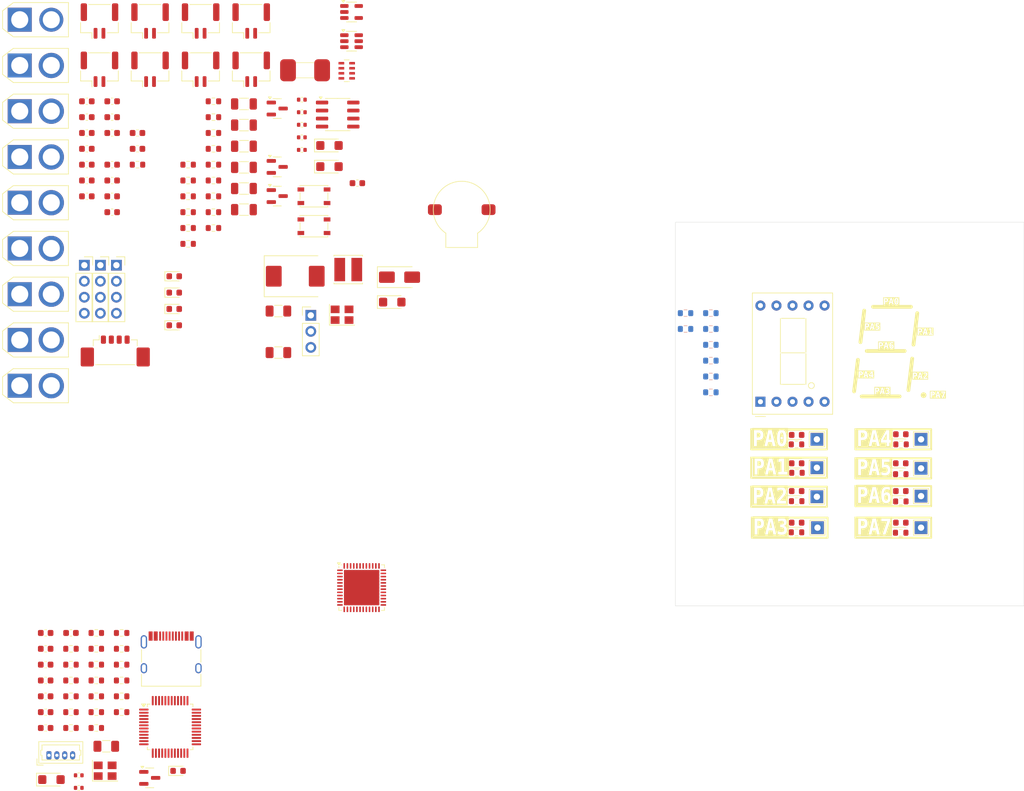
<source format=kicad_pcb>
(kicad_pcb (version 20221018) (generator pcbnew)
  (layers (0 "F.Cu" signal) (31 "B.Cu" signal) (34 "B.Paste" user) (35 "F.Paste" user) (36 "B.SilkS" user "B.Silkscreen") (37 "F.SilkS" user "F.Silkscreen") (38 "B.Mask" user) (39 "F.Mask" user) (44 "Edge.Cuts" user))
  (net 0 "")
  (net 1 "GND")
  (net 2 "+3V3")
  (net 3 "Net-(U1-PF0)")
  (net 4 "Net-(U1-PF1)")
  (net 5 "Net-(J3-SHIELD)")
  (net 6 "Net-(C9-Pad1)")
  (net 7 "Net-(U3-PD0)")
  (net 8 "+5V")
  (net 9 "Net-(U4-BP)")
  (net 10 "Net-(U3-PD1)")
  (net 11 "RST")
  (net 12 "Net-(U5-EN)")
  (net 13 "Net-(U5-BS)")
  (net 14 "Net-(U5-LX)")
  (net 15 "Net-(U5-FB)")
  (net 16 "BTN0")
  (net 17 "Net-(BZ1--)")
  (net 18 "+5V_USB")
  (net 19 "LED_STLINK")
  (net 20 "Net-(D3-A)")
  (net 21 "Net-(D4-A)")
  (net 22 "Net-(D5-A)")
  (net 23 "Net-(D6-A)")
  (net 24 "+24V_IN")
  (net 25 "CAN_L")
  (net 26 "CAN_H")
  (net 27 "Net-(D10-A)")
  (net 28 "Net-(J1-Pin_4)")
  (net 29 "Net-(F2-Pad2)")
  (net 30 "Net-(J6-Pin_2)")
  (net 31 "Net-(J1-Pin_1)")
  (net 32 "Net-(J1-Pin_2)")
  (net 33 "Net-(J3-CC1)")
  (net 34 "Net-(J3-D+-PadA6)")
  (net 35 "Net-(J3-D--PadA7)")
  (net 37 "Net-(J3-CC2)")
  (net 39 "JLINK_SWDIO")
  (net 40 "JLINK_SWCLK")
  (net 41 "Net-(J21-Pin_1)")
  (net 42 "Net-(J22-Pin_1)")
  (net 43 "Net-(J22-Pin_2)")
  (net 44 "Net-(J22-Pin_3)")
  (net 45 "Net-(J22-Pin_4)")
  (net 46 "Net-(Q1-B)")
  (net 47 "Net-(Q1-E)")
  (net 48 "Net-(Q2-G)")
  (net 49 "Net-(Q2-D)")
  (net 50 "Net-(Q3-G)")
  (net 51 "SWDIO")
  (net 52 "SWCLK")
  (net 53 "Net-(U2-TXD)")
  (net 54 "CAN_TX")
  (net 55 "Net-(U2-RXD)")
  (net 56 "CAN_RX")
  (net 57 "USB_RNUM")
  (net 58 "D+")
  (net 59 "D-")
  (net 60 "Net-(U3-NRST)")
  (net 61 "Net-(U3-BOOT0)")
  (net 62 "Net-(U3-PC13)")
  (net 63 "Net-(U3-PC14)")
  (net 64 "Net-(U3-PB3)")
  (net 65 "Net-(U3-PB12)")
  (net 66 "Net-(U3-PA0)")
  (net 67 "+24V")
  (net 68 "DR16_RX")
  (net 69 "+3.3V")
  (net 70 "Net-(R36-Pad2)")
  (net 71 "Net-(R38-Pad2)")
  (net 72 "LED0")
  (net 73 "BUZZER")
  (net 74 "LED1")
  (net 75 "PB4")
  (net 76 "PB5")
  (net 77 "PB6")
  (net 78 "PB7")
  (net 120 "F103_SWDIO")
  (net 121 "F103_SWCLK")
  (net 128 "Net-(D13-A)")
  (net 129 "Net-(D14-A)")
  (net 130 "Net-(D15-A)")
  (net 131 "Net-(D16-A)")
  (net 132 "Net-(D17-A)")
  (net 133 "Net-(D18-A)")
  (net 134 "Net-(D19-A)")
  (net 135 "Net-(D20-A)")
  (net 136 "PA0")
  (net 137 "PA1")
  (net 138 "PA2")
  (net 139 "PA3")
  (net 140 "PA4")
  (net 141 "PA5")
  (net 142 "PA6")
  (net 143 "PA7")
  (net 147 "Net-(U7-A)")
  (net 148 "Net-(U7-B)")
  (net 149 "Net-(U7-C)")
  (net 150 "Net-(U7-D)")
  (net 151 "Net-(U7-E)")
  (net 152 "Net-(U7-F)")
  (net 153 "Net-(U7-G)")
  (net 154 "Net-(U7-DP)")
  (footprint "Package_TO_SOT_SMD:SOT-23-5" (layer "F.Cu") (at 136.3 36.075)
    (fp_text reference "U4" hide)
    (fp_text value "RS3236" hide)
    (pad "1" smd roundrect (at -1.1375 -0.95) (size 1.325 0.6) (layers "F.Cu" "F.Paste" "F.Mask") (net 8 "+5V"))
    (pad "2" smd roundrect (at -1.1375 0) (size 1.325 0.6) (layers "F.Cu" "F.Paste" "F.Mask") (net 1 "GND"))
    (pad "3" smd roundrect (at -1.1375 0.95) (size 1.325 0.6) (layers "F.Cu" "F.Paste" "F.Mask") (net 8 "+5V"))
    (pad "4" smd roundrect (at 1.1375 0.95) (size 1.325 0.6) (layers "F.Cu" "F.Paste" "F.Mask") (net 9 "Net-(U4-BP)"))
    (pad "5" smd roundrect (at 1.1375 -0.95) (size 1.325 0.6) (layers "F.Cu" "F.Paste" "F.Mask") (net 2 "+3V3"))
  )
  (footprint "Resistor_SMD:R_0603_1608Metric" (layer "F.Cu") (at 110.42 65.29)
    (fp_text reference "R30" hide)
    (fp_text value "10k" hide)
    (pad "1" smd roundrect (at -0.825 0) (size 0.8 0.95) (layers "F.Cu" "F.Paste" "F.Mask") (net 15 "Net-(U5-FB)"))
    (pad "2" smd roundrect (at 0.825 0) (size 0.8 0.95) (layers "F.Cu" "F.Paste" "F.Mask") (net 1 "GND"))
  )
  (footprint "Package_TO_SOT_SMD:SOT-23" (layer "F.Cu") (at 104.3375 157.45)
    (fp_text reference "Q1" hide)
    (fp_text value "S8050" hide)
    (pad "1" smd roundrect (at -0.9375 -0.95) (size 1.475 0.6) (layers "F.Cu" "F.Paste" "F.Mask") (net 46 "Net-(Q1-B)"))
    (pad "2" smd roundrect (at -0.9375 0.95) (size 1.475 0.6) (layers "F.Cu" "F.Paste" "F.Mask") (net 47 "Net-(Q1-E)"))
    (pad "3" smd roundrect (at 0.9375 0) (size 1.475 0.6) (layers "F.Cu" "F.Paste" "F.Mask") (net 2 "+3V3"))
  )
  (footprint "Resistor_SMD:R_0603_1608Metric" (layer "F.Cu") (at 91.8675 149.545)
    (fp_text reference "R14" hide)
    (fp_text value "33" hide)
    (pad "1" smd roundrect (at -0.825 0) (size 0.8 0.95) (layers "F.Cu" "F.Paste" "F.Mask") (net 34 "Net-(J3-D+-PadA6)"))
    (pad "2" smd roundrect (at 0.825 0) (size 0.8 0.95) (layers "F.Cu" "F.Paste" "F.Mask") (net 58 "D+"))
  )
  (footprint "LED_SMD:LED_0603_1608Metric" (layer "F.Cu") (at 108.22 77.96)
    (fp_text reference "D4" hide)
    (fp_text value "LED_RED" hide)
    (pad "1" smd roundrect (at -0.7875 0) (size 0.875 0.95) (layers "F.Cu" "F.Paste" "F.Mask") (net 1 "GND"))
    (pad "2" smd roundrect (at 0.7875 0) (size 0.875 0.95) (layers "F.Cu" "F.Paste" "F.Mask") (net 21 "Net-(D4-A)"))
  )
  (footprint "LED_SMD:LED_0603_1608Metric" (layer "F.Cu") (at 223.2875 107.6)
    (fp_text reference "D18" hide)
    (fp_text value "LED_BLUE" hide)
    (pad "1" smd roundrect (at -0.7875 0) (size 0.875 0.95) (layers "F.Cu" "F.Paste" "F.Mask") (net 1 "GND"))
    (pad "2" smd roundrect (at 0.7875 0) (size 0.875 0.95) (layers "F.Cu" "F.Paste" "F.Mask") (net 133 "Net-(D18-A)"))
  )
  (footprint "Connector_AMASS:AMASS_XT30U-M_1x02_P5.0mm_Vertical" (layer "F.Cu") (at 83.75 37.3)
    (fp_text reference "J6" hide)
    (fp_text value "24V_IN" hide)
    (pad "1" thru_hole rect (at 0 0) (size 3.8 3.8) (drill 2.7) (layers "*.Cu" "*.Mask") (net 1 "GND"))
    (pad "2" thru_hole circle (at 5 0) (size 3.8 3.8) (drill 2.7) (layers "*.Cu" "*.Mask") (net 30 "Net-(J6-Pin_2)"))
  )
  (footprint "Capacitor_SMD:C_0603_1608Metric" (layer "F.Cu") (at 87.8575 139.505)
    (fp_text reference "C10" hide)
    (fp_text value "20pF" hide)
    (pad "1" smd roundrect (at -0.775 0) (size 0.9 0.95) (layers "F.Cu" "F.Paste" "F.Mask") (net 1 "GND"))
    (pad "2" smd roundrect (at 0.775 0) (size 0.9 0.95) (layers "F.Cu" "F.Paste" "F.Mask") (net 7 "Net-(U3-PD0)"))
  )
  (footprint "Resistor_SMD:R_0603_1608Metric" (layer "F.Cu") (at 91.8675 139.505)
    (fp_text reference "R10" hide)
    (fp_text value "10K" hide)
    (pad "1" smd roundrect (at -0.825 0) (size 0.8 0.95) (layers "F.Cu" "F.Paste" "F.Mask") (net 8 "+5V"))
    (pad "2" smd roundrect (at 0.825 0) (size 0.8 0.95) (layers "F.Cu" "F.Paste" "F.Mask") (net 46 "Net-(Q1-B)"))
  )
  (footprint "Capacitor_SMD:C_0603_1608Metric" (layer "F.Cu") (at 94.38 62.78)
    (fp_text reference "C6" hide)
    (fp_text value "4.7uF" hide)
    (pad "1" smd roundrect (at -0.775 0) (size 0.9 0.95) (layers "F.Cu" "F.Paste" "F.Mask") (net 1 "GND"))
    (pad "2" smd roundrect (at 0.775 0) (size 0.9 0.95) (layers "F.Cu" "F.Paste" "F.Mask") (net 2 "+3V3"))
  )
  (footprint "Resistor_SMD:R_0603_1608Metric" (layer "F.Cu") (at 91.8675 147.035)
    (fp_text reference "R13" hide)
    (fp_text value "1M" hide)
    (pad "1" smd roundrect (at -0.825 0) (size 0.8 0.95) (layers "F.Cu" "F.Paste" "F.Mask") (net 1 "GND"))
    (pad "2" smd roundrect (at 0.825 0) (size 0.8 0.95) (layers "F.Cu" "F.Paste" "F.Mask") (net 5 "Net-(J3-SHIELD)"))
  )
  (footprint "Connector_JST:JST_GH_BM02B-GHS-TBT_1x02-1MP_P1.25mm_Vertical" (layer "F.Cu") (at 96.38 37.5)
    (fp_text reference "J2" hide)
    (fp_text value "CAN" hide)
    (pad "1" smd roundrect (at -0.625 1.95) (size 0.6 1.7) (layers "F.Cu" "F.Paste" "F.Mask") (net 25 "CAN_L"))
    (pad "2" smd roundrect (at 0.625 1.95) (size 0.6 1.7) (layers "F.Cu" "F.Paste" "F.Mask") (net 26 "CAN_H"))
    (pad "MP" smd roundrect (at -2.475 -1.4) (size 1 2.8) (layers "F.Cu" "F.Paste" "F.Mask") (net 1 "GND"))
    (pad "MP" smd roundrect (at 2.475 -1.4) (size 1 2.8) (layers "F.Cu" "F.Paste" "F.Mask") (net 1 "GND"))
  )
  (footprint "Display_7Segment:D1X8K" (layer "F.Cu") (at 201.06 97.84 90)
    (fp_text reference "U7" hide)
    (fp_text value "D1X8K-14BL" hide)
    (pad "1" thru_hole rect (at 0 0) (size 1.6 1.6) (drill 0.8) (layers "*.Cu" "*.Mask") (net 151 "Net-(U7-E)"))
    (pad "2" thru_hole circle (at 0 2.54) (size 1.6 1.6) (drill 0.8) (layers "*.Cu" "*.Mask") (net 150 "Net-(U7-D)"))
    (pad "3" thru_hole circle (at 0 5.08) (size 1.6 1.6) (drill 0.8) (layers "*.Cu" "*.Mask") (net 1 "GND"))
    (pad "4" thru_hole circle (at 0 7.62) (size 1.6 1.6) (drill 0.8) (layers "*.Cu" "*.Mask") (net 149 "Net-(U7-C)"))
    (pad "5" thru_hole circle (at 0 10.16) (size 1.6 1.6) (drill 0.8) (layers "*.Cu" "*.Mask") (net 154 "Net-(U7-DP)"))
    (pad "6" thru_hole circle (at 15.24 10.16) (size 1.6 1.6) (drill 0.8) (layers "*.Cu" "*.Mask") (net 148 "Net-(U7-B)"))
    (pad "7" thru_hole circle (at 15.24 7.62) (size 1.6 1.6) (drill 0.8) (layers "*.Cu" "*.Mask") (net 147 "Net-(U7-A)"))
    (pad "8" thru_hole circle (at 15.24 5.08) (size 1.6 1.6) (drill 0.8) (layers "*.Cu" "*.Mask") (net 1 "GND"))
    (pad "9" thru_hole circle (at 15.24 2.54) (size 1.6 1.6) (drill 0.8) (layers "*.Cu" "*.Mask") (net 152 "Net-(U7-F)"))
    (pad "10" thru_hole circle (at 15.24 0) (size 1.6 1.6) (drill 0.8) (layers "*.Cu" "*.Mask") (net 153 "Net-(U7-G)"))
  )
  (footprint "Resistor_SMD:R_0603_1608Metric" (layer "F.Cu") (at 206.775 118.54)
    (fp_text reference "R54" hide)
    (fp_text value "1K" hide)
    (pad "1" smd roundrect (at -0.825 0) (size 0.8 0.95) (layers "F.Cu" "F.Paste" "F.Mask") (net 139 "PA3"))
    (pad "2" smd roundrect (at 0.825 0) (size 0.8 0.95) (layers "F.Cu" "F.Paste" "F.Mask") (net 131 "Net-(D16-A)"))
  )
  (footprint "TestPoint:TestPoint_THTPad_2.0x2.0mm_Drill1.0mm" (layer "F.Cu") (at 210 103.8)
    (fp_text reference "TP1" hide)
    (fp_text value "TestPoint" hide)
    (pad "1" thru_hole rect (at 0 0) (size 2 2) (drill 1) (layers "*.Cu" "*.Mask") (net 136 "PA0"))
  )
  (footprint "Capacitor_SMD:C_0603_1608Metric" (layer "F.Cu") (at 94.38 52.74)
    (fp_text reference "C2" hide)
    (fp_text value "20pF" hide)
    (pad "1" smd roundrect (at -0.775 0) (size 0.9 0.95) (layers "F.Cu" "F.Paste" "F.Mask") (net 1 "GND"))
    (pad "2" smd roundrect (at 0.775 0) (size 0.9 0.95) (layers "F.Cu" "F.Paste" "F.Mask") (net 3 "Net-(U1-PF0)"))
  )
  (footprint "Connector_AMASS:AMASS_XT30U-F_1x02_P5.0mm_Vertical" (layer "F.Cu") (at 83.75 51.8)
    (fp_text reference "J8" hide)
    (fp_text value "24V_OUT" hide)
    (pad "1" thru_hole rect (at 0 0) (size 3.8 3.8) (drill 2.7) (layers "*.Cu" "*.Mask") (net 1 "GND"))
    (pad "2" thru_hole circle (at 5 0) (size 4 4) (drill 2.7) (layers "*.Cu" "*.Mask") (net 24 "+24V_IN"))
  )
  (footprint "Connector_AMASS:AMASS_XT30U-F_1x02_P5.0mm_Vertical" (layer "F.Cu") (at 83.75 88.05)
    (fp_text reference "J13" hide)
    (fp_text value "24V_OUT" hide)
    (pad "1" thru_hole rect (at 0 0) (size 3.8 3.8) (drill 2.7) (layers "*.Cu" "*.Mask") (net 1 "GND"))
    (pad "2" thru_hole circle (at 5 0) (size 4 4) (drill 2.7) (layers "*.Cu" "*.Mask") (net 24 "+24V_IN"))
  )
  (footprint "TestPoint:TestPoint_THTPad_2.0x2.0mm_Drill1.0mm" (layer "F.Cu") (at 226.5 112.8)
    (fp_text reference "TP7" hide)
    (fp_text value "TestPoint" hide)
    (pad "1" thru_hole rect (at 0 0) (size 2 2) (drill 1) (layers "*.Cu" "*.Mask") (net 142 "PA6"))
  )
  (footprint "Resistor_SMD:R_0603_1608Metric" (layer "F.Cu") (at 114.43 70.31)
    (fp_text reference "R42" hide)
    (fp_text value "1K" hide)
    (pad "1" smd roundrect (at -0.825 0) (size 0.8 0.95) (layers "F.Cu" "F.Paste" "F.Mask") (net 27 "Net-(D10-A)"))
    (pad "2" smd roundrect (at 0.825 0) (size 0.8 0.95) (layers "F.Cu" "F.Paste" "F.Mask") (net 74 "LED1"))
  )
  (footprint "Resistor_SMD:R_0603_1608Metric" (layer "F.Cu") (at 95.8775 134.485)
    (fp_text reference "R15" hide)
    (fp_text value "33" hide)
    (pad "1" smd roundrect (at -0.825 0) (size 0.8 0.95) (layers "F.Cu" "F.Paste" "F.Mask") (net 35 "Net-(J3-D--PadA7)"))
    (pad "2" smd roundrect (at 0.825 0) (size 0.8 0.95) (layers "F.Cu" "F.Paste" "F.Mask") (net 59 "D-"))
  )
  (footprint "Resistor_SMD:R_0402_1005Metric" (layer "F.Cu") (at 128.43 57.93)
    (fp_text reference "R6" hide)
    (fp_text value "10K" hide)
    (pad "1" smd roundrect (at -0.51 0) (size 0.54 0.64) (layers "F.Cu" "F.Paste" "F.Mask") (net 11 "RST"))
    (pad "2" smd roundrect (at 0.51 0) (size 0.54 0.64) (layers "F.Cu" "F.Paste" "F.Mask") (net 2 "+3V3"))
  )
  (footprint "Capacitor_SMD:C_0603_1608Metric" (layer "F.Cu") (at 91.8675 134.485)
    (fp_text reference "C26" hide)
    (fp_text value "4.7uF" hide)
    (pad "1" smd roundrect (at -0.775 0) (size 0.9 0.95) (layers "F.Cu" "F.Paste" "F.Mask") (net 1 "GND"))
    (pad "2" smd roundrect (at 0.775 0) (size 0.9 0.95) (layers "F.Cu" "F.Paste" "F.Mask") (net 2 "+3V3"))
  )
  (footprint "Resistor_SMD:R_0603_1608Metric" (layer "F.Cu") (at 95.8775 142.015)
    (fp_text reference "R18" hide)
    (fp_text value "10K" hide)
    (pad "1" smd roundrect (at -0.825 0) (size 0.8 0.95) (layers "F.Cu" "F.Paste" "F.Mask") (net 61 "Net-(U3-BOOT0)"))
    (pad "2" smd roundrect (at 0.825 0) (size 0.8 0.95) (layers "F.Cu" "F.Paste" "F.Mask") (net 1 "GND"))
  )
  (footprint "Capacitor_SMD:C_0603_1608Metric" (layer "F.Cu") (at 98.39 52.74)
    (fp_text reference "C12" hide)
    (fp_text value "10nF" hide)
    (pad "1" smd roundrect (at -0.775 0) (size 0.9 0.95) (layers "F.Cu" "F.Paste" "F.Mask") (net 9 "Net-(U4-BP)"))
    (pad "2" smd roundrect (at 0.775 0) (size 0.9 0.95) (layers "F.Cu" "F.Paste" "F.Mask") (net 1 "GND"))
  )
  (footprint "Connector_JST:JST_GH_BM02B-GHS-TBT_1x02-1MP_P1.25mm_Vertical" (layer "F.Cu") (at 104.39 37.5)
    (fp_text reference "J15" hide)
    (fp_text value "CAN" hide)
    (pad "1" smd roundrect (at -0.625 1.95) (size 0.6 1.7) (layers "F.Cu" "F.Paste" "F.Mask") (net 25 "CAN_L"))
    (pad "2" smd roundrect (at 0.625 1.95) (size 0.6 1.7) (layers "F.Cu" "F.Paste" "F.Mask") (net 26 "CAN_H"))
    (pad "MP" smd roundrect (at -2.475 -1.4) (size 1 2.8) (layers "F.Cu" "F.Paste" "F.Mask") (net 1 "GND"))
    (pad "MP" smd roundrect (at 2.475 -1.4) (size 1 2.8) (layers "F.Cu" "F.Paste" "F.Mask") (net 1 "GND"))
  )
  (footprint "TestPoint:TestPoint_THTPad_2.0x2.0mm_Drill1.0mm" (layer "F.Cu") (at 210 108.3)
    (fp_text reference "TP2" hide)
    (fp_text value "TestPoint" hide)
    (pad "1" thru_hole rect (at 0 0) (size 2 2) (drill 1) (layers "*.Cu" "*.Mask") (net 137 "PA1"))
  )
  (footprint "Capacitor_SMD:C_1206_3216Metric" (layer "F.Cu") (at 119.26 64.05)
    (fp_text reference "C29" hide)
    (fp_text value "10uF" hide)
    (pad "1" smd roundrect (at -1.475 0) (size 1.15 1.8) (layers "F.Cu" "F.Paste" "F.Mask") (roundrect_rratio 0.217391) (net 8 "+5V"))
    (pad "2" smd roundrect (at 1.475 0) (size 1.15 1.8) (layers "F.Cu" "F.Paste" "F.Mask") (roundrect_rratio 0.217391) (net 1 "GND"))
  )
  (footprint "Connector_AMASS:AMASS_XT30U-F_1x02_P5.0mm_Vertical" (layer "F.Cu") (at 83.75 66.3)
    (fp_text reference "J10" hide)
    (fp_text value "24V_OUT" hide)
    (pad "1" thru_hole rect (at 0 0) (size 3.8 3.8) (drill 2.7) (layers "*.Cu" "*.Mask") (net 1 "GND"))
    (pad "2" thru_hole circle (at 5 0) (size 4 4) (drill 2.7) (layers "*.Cu" "*.Mask") (net 24 "+24V_IN"))
  )
  (footprint "Capacitor_SMD:C_0603_1608Metric" (layer "F.Cu") (at 98.39 55.25)
    (fp_text reference "C13" hide)
    (fp_text value "10uF" hide)
    (pad "1" smd roundrect (at -0.775 0) (size 0.9 0.95) (layers "F.Cu" "F.Paste" "F.Mask") (net 2 "+3V3"))
    (pad "2" smd roundrect (at 0.775 0) (size 0.9 0.95) (layers "F.Cu" "F.Paste" "F.Mask") (net 1 "GND"))
  )
  (footprint "LED_SMD:LED_0603_1608Metric" (layer "F.Cu") (at 206.8 103.1)
    (fp_text reference "D13" hide)
    (fp_text value "LED_BLUE" hide)
    (pad "1" smd roundrect (at -0.7875 0) (size 0.875 0.95) (layers "F.Cu" "F.Paste" "F.Mask") (net 1 "GND"))
    (pad "2" smd roundrect (at 0.7875 0) (size 0.875 0.95) (layers "F.Cu" "F.Paste" "F.Mask") (net 128 "Net-(D13-A)"))
  )
  (footprint "Connector_PinHeader_2.54mm:PinHeader_1x03_P2.54mm_Vertical" (layer "F.Cu") (at 129.85 84.15)
    (fp_text reference "J21" hide)
    (fp_text value "DR16" hide)
    (pad "1" thru_hole rect (at 0 0) (size 1.7 1.7) (drill 1) (layers "*.Cu" "*.Mask") (net 41 "Net-(J21-Pin_1)"))
    (pad "2" thru_hole oval (at 0 2.54) (size 1.7 1.7) (drill 1) (layers "*.Cu" "*.Mask") (net 8 "+5V"))
    (pad "3" thru_hole oval (at 0 5.08) (size 1.7 1.7) (drill 1) (layers "*.Cu" "*.Mask") (net 1 "GND"))
  )
  (footprint "Resistor_SMD:R_0603_1608Metric" (layer "F.Cu") (at 114.43 50.23)
    (fp_text reference "R34" hide)
    (fp_text value "120" hide)
    (pad "1" smd roundrect (at -0.825 0) (size 0.8 0.95) (layers "F.Cu" "F.Paste" "F.Mask") (net 48 "Net-(Q2-G)"))
    (pad "2" smd roundrect (at 0.825 0) (size 0.8 0.95) (layers "F.Cu" "F.Paste" "F.Mask") (net 41 "Net-(J21-Pin_1)"))
  )
  (footprint "LED_SMD:LED_0603_1608Metric" (layer "F.Cu") (at 206.8 112)
    (fp_text reference "D15" hide)
    (fp_text value "LED_BLUE" hide)
    (pad "1" smd roundrect (at -0.7875 0) (size 0.875 0.95) (layers "F.Cu" "F.Paste" "F.Mask") (net 1 "GND"))
    (pad "2" smd roundrect (at 0.7875 0) (size 0.875 0.95) (layers "F.Cu" "F.Paste" "F.Mask") (net 130 "Net-(D15-A)"))
  )
  (footprint "Fuse:Fuse_1206_3216Metric" (layer "F.Cu") (at 124.72 83.47)
    (fp_text reference "F1" hide)
    (fp_text value "0.5A" hide)
    (pad "1" smd roundrect (at -1.4 0) (size 1.25 1.75) (layers "F.Cu" "F.Paste" "F.Mask") (roundrect_rratio 0.2) (net 2 "+3V3"))
    (pad "2" smd roundrect (at 1.4 0) (size 1.25 1.75) (layers "F.Cu" "F.Paste" "F.Mask") (roundrect_rratio 0.2) (net 28 "Net-(J1-Pin_4)"))
  )
  (footprint "Diode_SMD:D_SMF" (layer "F.Cu") (at 132.805 60.58)
    (fp_text reference "D9" hide)
    (fp_text value "K34" hide)
    (pad "1" smd roundrect (at -1.45 0) (size 1.3 1.4) (layers "F.Cu" "F.Paste" "F.Mask") (roundrect_rratio 0.1923076923) (net 8 "+5V"))
    (pad "2" smd roundrect (at 1.45 0) (size 1.3 1.4) (layers "F.Cu" "F.Paste" "F.Mask") (roundrect_rratio 0.1923076923) (net 17 "Net-(BZ1--)"))
  )
  (footprint "TestPoint:TestPoint_THTPad_2.0x2.0mm_Drill1.0mm" (layer "F.Cu") (at 210 112.9)
    (fp_text reference "TP3" hide)
    (fp_text value "TestPoint" hide)
    (pad "1" thru_hole rect (at 0 0) (size 2 2) (drill 1) (layers "*.Cu" "*.Mask") (net 138 "PA2"))
  )
  (footprint "Capacitor_SMD:C_0603_1608Metric" (layer "F.Cu") (at 87.8575 147.035)
    (fp_text reference "C24" hide)
    (fp_text value "100nF" hide)
    (pad "1" smd roundrect (at -0.775 0) (size 0.9 0.95) (layers "F.Cu" "F.Paste" "F.Mask") (net 1 "GND"))
    (pad "2" smd roundrect (at 0.775 0) (size 0.9 0.95) (layers "F.Cu" "F.Paste" "F.Mask") (net 2 "+3V3"))
  )
  (footprint "Resistor_SMD:R_0603_1608Metric" (layer "F.Cu") (at 223.275 118.6)
    (fp_text reference "R58" hide)
    (fp_text value "1K" hide)
    (pad "1" smd roundrect (at -0.825 0) (size 0.8 0.95) (layers "F.Cu" "F.Paste" "F.Mask") (net 143 "PA7"))
    (pad "2" smd roundrect (at 0.825 0) (size 0.8 0.95) (layers "F.Cu" "F.Paste" "F.Mask") (net 135 "Net-(D20-A)"))
  )
  (footprint "LED_SMD:LED_0603_1608Metric" (layer "F.Cu") (at 108.22 83.14)
    (fp_text reference "D6" hide)
    (fp_text value "LED_BLUE" hide)
    (pad "1" smd roundrect (at -0.7875 0) (size 0.875 0.95) (layers "F.Cu" "F.Paste" "F.Mask") (net 1 "GND"))
    (pad "2" smd roundrect (at 0.7875 0) (size 0.875 0.95) (layers "F.Cu" "F.Paste" "F.Mask") (net 23 "Net-(D6-A)"))
  )
  (footprint "TestPoint:TestPoint_THTPad_2.0x2.0mm_Drill1.0mm" (layer "F.Cu") (at 226.5 117.8)
    (fp_text reference "TP8" hide)
    (fp_text value "TestPoint" hide)
    (pad "1" thru_hole rect (at 0 0) (size 2 2) (drill 1) (layers "*.Cu" "*.Mask") (net 143 "PA7"))
  )
  (footprint "Diode_SMD:D_SMF" (layer "F.Cu") (at 88.7725 157.725)
    (fp_text reference "D11" hide)
    (fp_text value "K34" hide)
    (pad "1" smd roundrect (at -1.45 0) (size 1.3 1.4) (layers "F.Cu" "F.Paste" "F.Mask") (roundrect_rratio 0.1923076923) (net 8 "+5V"))
    (pad "2" smd roundrect (at 1.45 0) (size 1.3 1.4) (layers "F.Cu" "F.Paste" "F.Mask") (roundrect_rratio 0.1923076923) (net 18 "+5V_USB"))
  )
  (footprint "LED_SMD:LED_0603_1608Metric" (layer "F.Cu") (at 223.3 103)
    (fp_text reference "D17" hide)
    (fp_text value "LED_BLUE" hide)
    (pad "1" smd roundrect (at -0.7875 0) (size 0.875 0.95) (layers "F.Cu" "F.Paste" "F.Mask") (net 1 "GND"))
    (pad "2" smd roundrect (at 0.7875 0) (size 0.875 0.95) (layers "F.Cu" "F.Paste" "F.Mask") (net 132 "Net-(D17-A)"))
  )
  (footprint "Resistor_SMD:R_0603_1608Metric" (layer "F.Cu") (at 110.42 62.78)
    (fp_text reference "R29" hide)
    (fp_text value "53.6k" hide)
    (pad "1" smd roundrect (at -0.825 0) (size 0.8 0.95) (layers "F.Cu" "F.Paste" "F.Mask") (net 8 "+5V"))
    (pad "2" smd roundrect (at 0.825 0) (size 0.8 0.95) (layers "F.Cu" "F.Paste" "F.Mask") (net 15 "Net-(U5-FB)"))
  )
  (footprint "Capacitor_SMD:C_1206_3216Metric" (layer "F.Cu") (at 119.26 57.35)
    (fp_text reference "C20" hide)
    (fp_text value "10uF" hide)
    (pad "1" smd roundrect (at -1.475 0) (size 1.15 1.8) (layers "F.Cu" "F.Paste" "F.Mask") (roundrect_rratio 0.217391) (net 8 "+5V"))
    (pad "2" smd roundrect (at 1.475 0) (size 1.15 1.8) (layers "F.Cu" "F.Paste" "F.Mask") (roundrect_rratio 0.217391) (net 1 "GND"))
  )
  (footprint "LED_SMD:LED_0603_1608Metric" (layer "F.Cu") (at 223.3 117)
    (fp_text reference "D20" hide)
    (fp_text value "LED_BLUE" hide)
    (pad "1" smd roundrect (at -0.7875 0) (size 0.875 0.95) (layers "F.Cu" "F.Paste" "F.Mask") (net 1 "GND"))
    (pad "2" smd roundrect (at 0.7875 0) (size 0.875 0.95) (layers "F.Cu" "F.Paste" "F.Mask") (net 135 "Net-(D20-A)"))
  )
  (footprint "Diode_SMD:D_SMF" (layer "F.Cu") (at 132.805 57.23)
    (fp_text reference "D1" hide)
    (fp_text value "TVS 3.3V" hide)
    (pad "1" smd roundrect (at -1.45 0) (size 1.3 1.4) (layers "F.Cu" "F.Paste" "F.Mask") (roundrect_rratio 0.1923076923) (net 2 "+3V3"))
    (pad "2" smd roundrect (at 1.45 0) (size 1.3 1.4) (layers "F.Cu" "F.Paste" "F.Mask") (roundrect_rratio 0.1923076923) (net 1 "GND"))
  )
  (footprint "Diode_SMD:D_SMC" (layer "F.Cu") (at 127.385 77.95)
    (fp_text reference "D7" hide)
    (fp_text value "SMCJ28A" hide)
    (pad "1" smd roundrect (at -3.4 0 90) (size 3.3 2.5) (layers "F.Cu" "F.Paste" "F.Mask") (roundrect_rratio 0.1) (net 24 "+24V_IN"))
    (pad "2" smd roundrect (at 3.4 0 90) (size 3.3 2.5) (layers "F.Cu" "F.Paste" "F.Mask") (roundrect_rratio 0.1) (net 1 "GND"))
  )
  (footprint "LED_SMD:LED_0603_1608Metric" (layer "F.Cu") (at 223.3 112)
    (fp_text reference "D19" hide)
    (fp_text value "LED_BLUE" hide)
    (pad "1" smd roundrect (at -0.7875 0) (size 0.875 0.95) (layers "F.Cu" "F.Paste" "F.Mask") (net 1 "GND"))
    (pad "2" smd roundrect (at 0.7875 0) (size 0.875 0.95) (layers "F.Cu" "F.Paste" "F.Mask") (net 134 "Net-(D19-A)"))
  )
  (footprint "Capacitor_SMD:C_0603_1608Metric" (layer "F.Cu") (at 87.8575 144.525)
    (fp_text reference "C23" hide)
    (fp_text value "100nF" hide)
    (pad "1" smd roundrect (at -0.775 0) (size 0.9 0.95) (layers "F.Cu" "F.Paste" "F.Mask") (net 1 "GND"))
    (pad "2" smd roundrect (at 0.775 0) (size 0.9 0.95) (layers "F.Cu" "F.Paste" "F.Mask") (net 2 "+3V3"))
  )
  (footprint "Connector_JST:JST_GH_BM02B-GHS-TBT_1x02-1MP_P1.25mm_Vertical" (layer "F.Cu") (at 120.41 45.15)
    (fp_text reference "J20" hide)
    (fp_text value "CAN" hide)
    (pad "1" smd roundrect (at -0.625 1.95) (size 0.6 1.7) (layers "F.Cu" "F.Paste" "F.Mask") (net 25 "CAN_L"))
    (pad "2" smd roundrect (at 0.625 1.95) (size 0.6 1.7) (layers "F.Cu" "F.Paste" "F.Mask") (net 26 "CAN_H"))
    (pad "MP" smd roundrect (at -2.475 -1.4) (size 1 2.8) (layers "F.Cu" "F.Paste" "F.Mask") (net 1 "GND"))
    (pad "MP" smd roundrect (at 2.475 -1.4) (size 1 2.8) (layers "F.Cu" "F.Paste" "F.Mask") (net 1 "GND"))
  )
  (footprint "Diode_SMD:D_SMA" (layer "F.Cu") (at 143.9 78.1)
    (fp_text reference "D12" hide)
    (fp_text value "SMAJ5.0A" hide)
    (pad "1" smd roundrect (at -2 0) (size 2.5 1.8) (layers "F.Cu" "F.Paste" "F.Mask") (roundrect_rratio 0.1388888889) (net 8 "+5V"))
    (pad "2" smd roundrect (at 2 0) (size 2.5 1.8) (layers "F.Cu" "F.Paste" "F.Mask") (roundrect_rratio 0.1388888889) (net 1 "GND"))
  )
  (footprint "Resistor_SMD:R_0603_1608Metric" (layer "F.Cu") (at 114.43 67.8)
    (fp_text reference "R41" hide)
    (fp_text value "330" hide)
    (pad "1" smd roundrect (at -0.825 0) (size 0.8 0.95) (layers "F.Cu" "F.Paste" "F.Mask") (net 73 "BUZZER"))
    (pad "2" smd roundrect (at 0.825 0) (size 0.8 0.95) (layers "F.Cu" "F.Paste" "F.Mask") (net 50 "Net-(Q3-G)"))
  )
  (footprint "Package_QFP:LQFP-48_7x7mm_P0.5mm" (layer "F.Cu") (at 107.5675 149.375)
    (fp_text reference "U3" hide)
    (fp_text value "STM32F103CBT6" hide)
    (pad "1" smd roundrect (at -4.1625 -2.75) (size 1.475 0.3) (layers "F.Cu" "F.Paste" "F.Mask") (net 2 "+3V3"))
    (pad "2" smd roundrect (at -4.1625 -2.25) (size 1.475 0.3) (layers "F.Cu" "F.Paste" "F.Mask") (net 62 "Net-(U3-PC13)"))
    (pad "3" smd roundrect (at -4.1625 -1.75) (size 1.475 0.3) (layers "F.Cu" "F.Paste" "F.Mask") (net 63 "Net-(U3-PC14)"))
    (pad "4" smd roundrect (at -4.1625 -1.25) (size 1.475 0.3) (layers "F.Cu" "F.Paste" "F.Mask"))
    (pad "5" smd roundrect (at -4.1625 -0.75) (size 1.475 0.3) (layers "F.Cu" "F.Paste" "F.Mask") (net 7 "Net-(U3-PD0)"))
    (pad "6" smd roundrect (at -4.1625 -0.25) (size 1.475 0.3) (layers "F.Cu" "F.Paste" "F.Mask") (net 10 "Net-(U3-PD1)"))
    (pad "7" smd roundrect (at -4.1625 0.25) (size 1.475 0.3) (layers "F.Cu" "F.Paste" "F.Mask") (net 60 "Net-(U3-NRST)"))
    (pad "8" smd roundrect (at -4.1625 0.75) (size 1.475 0.3) (layers "F.Cu" "F.Paste" "F.Mask") (net 1 "GND"))
    (pad "9" smd roundrect (at -4.1625 1.25) (size 1.475 0.3) (layers "F.Cu" "F.Paste" "F.Mask") (net 2 "+3V3"))
    (pad "10" smd roundrect (at -4.1625 1.75) (size 1.475 0.3) (layers "F.Cu" "F.Paste" "F.Mask") (net 66 "Net-(U3-PA0)"))
    (pad "11" smd roundrect (at -4.1625 2.25) (size 1.475 0.3) (layers "F.Cu" "F.Paste" "F.Mask"))
    (pad "12" smd roundrect (at -4.1625 2.75) (size 1.475 0.3) (layers "F.Cu" "F.Paste" "F.Mask"))
    (pad "13" smd roundrect (at -2.75 4.1625) (size 0.3 1.475) (layers "F.Cu" "F.Paste" "F.Mask"))
    (pad "14" smd roundrect (at -2.25 4.1625) (size 0.3 1.475) (layers "F.Cu" "F.Paste" "F.Mask"))
    (pad "15" smd roundrect (at -1.75 4.1625) (size 0.3 1.475) (layers "F.Cu" "F.Paste" "F.Mask") (net 40 "JLINK_SWCLK"))
    (pad "16" smd roundrect (at -1.25 4.1625) (size 0.3 1.475) (layers "F.Cu" "F.Paste" "F.Mask"))
    (pad "17" smd roundrect (at -0.75 4.1625) (size 0.3 1.475) (layers "F.Cu" "F.Paste" "F.Mask"))
    (pad "18" smd roundrect (at -0.25 4.1625) (size 0.3 1.475) (layers "F.Cu" "F.Paste" "F.Mask"))
    (pad "19" smd roundrect (at 0.25 4.1625) (size 0.3 1.475) (layers "F.Cu" "F.Paste" "F.Mask"))
    (pad "20" smd roundrect (at 0.75 4.1625) (size 0.3 1.475) (layers "F.Cu" "F.Paste" "F.Mask"))
    (pad "21" smd roundrect (at 1.25 4.1625) (size 0.3 1.475) (layers "F.Cu" "F.Paste" "F.Mask"))
    (pad "22" smd roundrect (at 1.75 4.1625) (size 0.3 1.475) (layers "F.Cu" "F.Paste" "F.Mask"))
    (pad "23" smd roundrect (at 2.25 4.1625) (size 0.3 1.475) (layers "F.Cu" "F.Paste" "F.Mask") (net 1 "GND"))
    (pad "24" smd roundrect (at 2.75 4.1625) (size 0.3 1.475) (layers "F.Cu" "F.Paste" "F.Mask") (net 2 "+3V3"))
    (pad "25" smd roundrect (at 4.1625 2.75) (size 1.475 0.3) (layers "F.Cu" "F.Paste" "F.Mask") (net 65 "Net-(U3-PB12)"))
    (pad "26" smd roundrect (at 4.1625 2.25) (size 1.475 0.3) (layers "F.Cu" "F.Paste" "F.Mask") (net 40 "JLINK_SWCLK"))
    (pad "27" smd roundrect (at 4.1625 1.75) (size 1.475 0.3) (layers "F.Cu" "F.Paste" "F.Mask") (net 39 "JLINK_SWDIO"))
    (pad "28" smd roundrect (at 4.1625 1.25) (size 1.475 0.3) (layers "F.Cu" "F.Paste" "F.Mask"))
    (pad "29" smd roundrect (at 4.1625 0.75) (size 1.475 0.3) (layers "F.Cu" "F.Paste" "F.Mask"))
    (pad "30" smd roundrect (at 4.1625 0.25) (size 1.475 0.3) (layers "F.Cu" "F.Paste" "F.Mask") (net 19 "LED_STLINK"))
    (pad "31" smd roundrect (at 4.1625 -0.25) (size 1.475 0.3) (layers "F.Cu" "F.Paste" "F.Mask"))
    (pad "32" smd roundrect (at 4.1625 -0.75) (size 1.475 0.3) (layers "F.Cu" "F.Paste" "F.Mask") (net 59 "D-"))
    (pad "33" smd roundrect (at 4.1625 -1.25) (size 1.475 0.3) (layers "F.Cu" "F.Paste" "F.Mask") (net 58 "D+"))
    (pad "34" smd roundrect (at 4.1625 -1.75) (size 1.475 0.3) (layers "F.Cu" "F.Paste" "F.Mask") (net 120 "F103_SWDIO"))
    (pad "35" smd roundrect (at 4.1625 -2.25) (size 1.475 0.3) (layers "F.Cu" "F.Paste" "F.Mask") (net 1 "GND"))
    (pad "36" smd roundrect (at 4.1625 -2.75) (size 1.475 0.3) (layers "F.Cu" "F.Paste" "F.Mask") (net 2 "+3V3"))
    (pad "37" smd roundrect (at 2.75 -4.1625) (size 0.3 1.475) (layers "F.Cu" "F.Paste" "F.Mask") (net 121 "F103_SWCLK"))
    (pad "38" smd roundrect (at 2.25 -4.1625) (size 0.3 1.475) (layers "F.Cu" "F.Paste" "F.Mask") (net 57 "USB_RNUM"))
    (pad "39" smd roundrect (at 1.75 -4.1625) (size 0.3 1.475) (layers "F.Cu" "F.Paste" "F.Mask") (net 64 "Net-(U3-PB3)"))
    (pad "40" smd roundrect (at 1.25 -4.1625) (size 0.3 1.475) (layers "F.Cu" "F.Paste" "F.Mask"))
    (pad "41" smd roundrect (at 0.75 -4.1625) (size 0.3 1.475) (layers "F.Cu" "F.Paste" "F.Mask"))
    (pad "42" smd roundrect (at 0.25 -4.1625) (size 0.3 1.475) (layers "F.Cu" "F.Paste" "F.Mask"))
    (pad "43" smd roundrect (at -0.25 -4.1625) (size 0.3 1.475) (layers "F.Cu" "F.Paste" "F.Mask"))
    (pad "44" smd roundrect (at -0.75 -4.1625) (size 0.3 1.475) (layers "F.Cu" "F.Paste" "F.Mask") (net 61 "Net-(U3-BOOT0)"))
    (pad "45" smd roundrect (at -1.25 -4.1625) (size 0.3 1.475) (layers "F.Cu" "F.Paste" "F.Mask"))
    (pad "46" smd roundrect (at -1.75 -4.1625) (size 0.3 1.475) (layers "F.Cu" "F.Paste" "F.Mask"))
    (pad "47" smd roundrect (at -2.25 -4.1625) (size 0.3 1.475) (layers "F.Cu" "F.Paste" "F.Mask") (net 1 "GND"))
    (pad "48" smd roundrect (at -2.75 -4.1625) (size 0.3 1.475) (layers "F.Cu" "F.Paste" "F.Mask") (net 2 "+3V3"))
  )
  (footprint "Resistor_SMD:R_0402_1005Metric" (layer "F.Cu") (at 93.0975 159.035)
    (fp_text reference "R8" hide)
    (fp_text value "5.1K" hide)
    (pad "1" smd roundrect (at -0.51 0) (size 0.54 0.64) (layers "F.Cu" "F.Paste" "F.Mask") (net 1 "GND"))
    (pad "2" smd roundrect (at 0.51 0) (size 0.54 0.64) (layers "F.Cu" "F.Paste" "F.Mask") (net 37 "Net-(J3-CC2)"))
  )
  (footprint "Capacitor_SMD:C_1206_3216Metric" (layer "F.Cu") (at 119.26 50.65)
    (fp_text reference "C16" hide)
    (fp_text value "10uF" hide)
    (pad "1" smd roundrect (at -1.475 0) (size 1.15 1.8) (layers "F.Cu" "F.Paste" "F.Mask") (roundrect_rratio 0.217391) (net 12 "Net-(U5-EN)"))
    (pad "2" smd roundrect (at 1.475 0) (size 1.15 1.8) (layers "F.Cu" "F.Paste" "F.Mask") (roundrect_rratio 0.217391) (net 1 "GND"))
  )
  (footprint "Connector_PinSocket_2.54mm:PinSocket_1x04_P2.54mm_Vertical" (layer "F.Cu") (at 96.52 76.2)
    (fp_text reference "J23" hide)
    (fp_text value "2.54" hide)
    (pad "1" thru_hole rect (at 0 0) (size 1.7 1.7) (drill 1) (layers "*.Cu" "*.Mask") (net 8 "+5V"))
    (pad "2" thru_hole oval (at 0 2.54) (size 1.7 1.7) (drill 1) (layers "*.Cu" "*.Mask") (net 8 "+5V"))
    (pad "3" thru_hole oval (at 0 5.08) (size 1.7 1.7) (drill 1) (layers "*.Cu" "*.Mask") (net 8 "+5V"))
    (pad "4" thru_hole oval (at 0 7.62) (size 1.7 1.7) (drill 1) (layers "*.Cu" "*.Mask") (net 8 "+5V"))
  )
  (footprint "Capacitor_SMD:C_0603_1608Metric" (layer "F.Cu") (at 87.8575 149.545)
    (fp_text reference "C25" hide)
    (fp_text value "100nF" hide)
    (pad "1" smd roundrect (at -0.775 0) (size 0.9 0.95) (layers "F.Cu" "F.Paste" "F.Mask") (net 1 "GND"))
    (pad "2" smd roundrect (at 0.775 0) (size 0.9 0.95) (layers "F.Cu" "F.Paste" "F.Mask") (net 2 "+3V3"))
  )
  (footprint "Resistor_SMD:R_0603_1608Metric" (layer "F.Cu") (at 110.42 67.8)
    (fp_text reference "R31" hide)
    (fp_text value "4.7K" hide)
    (pad "1" smd roundrect (at -0.825 0) (size 0.8 0.95) (layers "F.Cu" "F.Paste" "F.Mask") (net 2 "+3V3"))
    (pad "2" smd roundrect (at 0.825 0) (size 0.8 0.95) (layers "F.Cu" "F.Paste" "F.Mask") (net 22 "Net-(D5-A)"))
  )
  (footprint "Connector_Molex:Molex_PicoBlade_53398-0471_1x04-1MP_P1.25mm_Vertical" (layer "F.Cu") (at 98.88 89.25)
    (fp_text reference "J1" hide)
    (fp_text value "SWD" hide)
    (pad "1" smd roundrect (at -1.875 -1.25) (size 0.8 1.3) (layers "F.Cu" "F.Paste" "F.Mask") (net 31 "Net-(J1-Pin_1)"))
    (pad "2" smd roundrect (at -0.625 -1.25) (size 0.8 1.3) (layers "F.Cu" "F.Paste" "F.Mask") (net 32 "Net-(J1-Pin_2)"))
    (pad "3" smd roundrect (at 0.625 -1.25) (size 0.8 1.3) (layers "F.Cu" "F.Paste" "F.Mask") (net 1 "GND"))
    (pad "4" smd roundrect (at 1.875 -1.25) (size 0.8 1.3) (layers "F.Cu" "F.Paste" "F.Mask") (net 28 "Net-(J1-Pin_4)"))
    (pad "MP" smd roundrect (at -4.425 1.5) (size 2.1 3) (layers "F.Cu" "F.Paste" "F.Mask") (roundrect_rratio 0.119048) (net 1 "GND"))
    (pad "MP" smd roundrect (at 4.425 1.5) (size 2.1 3) (layers "F.Cu" "F.Paste" "F.Mask") (roundrect_rratio 0.119048) (net 1 "GND"))
  )
  (footprint "Resistor_SMD:R_0603_1608Metric" (layer "F.Cu") (at 206.8 113.6)
    (fp_text reference "R53" hide)
    (fp_text value "1K" hide)
    (pad "1" smd roundrect (at -0.825 0) (size 0.8 0.95) (layers "F.Cu" "F.Paste" "F.Mask") (net 138 "PA2"))
    (pad "2" smd roundrect (at 0.825 0) (size 0.8 0.95) (layers "F.Cu" "F.Paste" "F.Mask") (net 130 "Net-(D15-A)"))
  )
  (footprint "Resistor_SMD:R_0603_1608Metric" (layer "F.Cu") (at 91.8675 142.015)
    (fp_text reference "R11" hide)
    (fp_text value "33K" hide)
    (pad "1" smd roundrect (at -0.825 0) (size 0.8 0.95) (layers "F.Cu" "F.Paste" "F.Mask") (net 46 "Net-(Q1-B)"))
    (pad "2" smd roundrect (at 0.825 0) (size 0.8 0.95) (layers "F.Cu" "F.Paste" "F.Mask") (net 1 "GND"))
  )
  (footprint "Resistor_SMD:R_0402_1005Metric" (layer "F.Cu") (at 128.43 49.97)
    (fp_text reference "R1" hide)
    (fp_text value "33" hide)
    (pad "1" smd roundrect (at -0.51 0) (size 0.54 0.64) (layers "F.Cu" "F.Paste" "F.Mask") (net 51 "SWDIO"))
    (pad "2" smd roundrect (at 0.51 0) (size 0.54 0.64) (layers "F.Cu" "F.Paste" "F.Mask") (net 31 "Net-(J1-Pin_1)"))
  )
  (footprint "Capacitor_SMD:C_0603_1608Metric" (layer "F.Cu") (at 94.38 60.27)
    (fp_text reference "C5" hide)
    (fp_text value "100nF" hide)
    (pad "1" smd roundrect (at -0.775 0) (size 0.9 0.95) (layers "F.Cu" "F.Paste" "F.Mask") (net 1 "GND"))
    (pad "2" smd roundrect (at 0.775 0) (size 0.9 0.95) (layers "F.Cu" "F.Paste" "F.Mask") (net 2 "+3V3"))
  )
  (footprint "Connector_AMASS:AMASS_XT30U-F_1x02_P5.0mm_Vertical" (layer "F.Cu") (at 83.75 59.05)
    (fp_text reference "J9" hide)
    (fp_text value "24V_OUT" hide)
    (pad "1" thru_hole rect (at 0 0) (size 3.8 3.8) (drill 2.7) (layers "*.Cu" "*.Mask") (net 1 "GND"))
    (pad "2" thru_hole circle (at 5 0) (size 4 4) (drill 2.7) (layers "*.Cu" "*.Mask") (net 24 "+24V_IN"))
  )
  (footprint "Button_Switch_SMD:SW_SPST_PTS810" (layer "F.Cu") (at 130.35 70.03)
    (fp_text reference "SW2" hide)
    (fp_text value "RST" hide)
    (pad "1" smd rect (at -2.075 -1.075) (size 1.05 0.65) (layers "F.Cu" "F.Paste" "F.Mask") (net 71 "Net-(R38-Pad2)"))
    (pad "1" smd rect (at 2.075 -1.075) (size 1.05 0.65) (layers "F.Cu" "F.Paste" "F.Mask") (net 71 "Net-(R38-Pad2)"))
    (pad "2" smd rect (at -2.075 1.075) (size 1.05 0.65) (layers "F.Cu" "F.Paste" "F.Mask") (net 1 "GND"))
    (pad "2" smd rect (at 2.075 1.075) (size 1.05 0.65) (layers "F.Cu" "F.Paste" "F.Mask") (net 1 "GND"))
  )
  (footprint "Connector_AMASS:AMASS_XT30U-F_1x02_P5.0mm_Vertical" (layer "F.Cu") (at 83.75 73.55)
    (fp_text reference "J11" hide)
    (fp_text value "24V_OUT" hide)
    (pad "1" thru_hole rect (at 0 0) (size 3.8 3.8) (drill 2.7) (layers "*.Cu" "*.Mask") (net 1 "GND"))
    (pad "2" thru_hole circle (at 5 0) (size 4 4) (drill 2.7) (layers "*.Cu" "*.Mask") (net 24 "+24V_IN"))
  )
  (footprint "Connector_JST:JST_GH_BM02B-GHS-TBT_1x02-1MP_P1.25mm_Vertical" (layer "F.Cu") (at 112.4 37.5)
    (fp_text reference "J17" hide)
    (fp_text value "CAN" hide)
    (pad "1" smd roundrect (at -0.625 1.95) (size 0.6 1.7) (layers "F.Cu" "F.Paste" "F.Mask") (net 25 "CAN_L"))
    (pad "2" smd roundrect (at 0.625 1.95) (size 0.6 1.7) (layers "F.Cu" "F.Paste" "F.Mask") (net 26 "CAN_H"))
    (pad "MP" smd roundrect (at -2.475 -1.4) (size 1 2.8) (layers "F.Cu" "F.Paste" "F.Mask") (net 1 "GND"))
    (pad "MP" smd roundrect (at 2.475 -1.4) (size 1 2.8) (layers "F.Cu" "F.Paste" "F.Mask") (net 1 "GND"))
  )
  (footprint "Resistor_SMD:R_0603_1608Metric" (layer "F.Cu") (at 95.8775 136.995)
    (fp_text reference "R16" hide)
    (fp_text value "10K" hide)
    (pad "1" smd roundrect (at -0.825 0) (size 0.8 0.95) (layers "F.Cu" "F.Paste" "F.Mask") (net 60 "Net-(U3-NRST)"))
    (pad "2" smd roundrect (at 0.825 0) (size 0.8 0.95) (layers "F.Cu" "F.Paste" "F.Mask") (net 6 "Net-(C9-Pad1)"))
  )
  (footprint "Connector_Molex:Molex_PicoBlade_53047-0410_1x04_P1.25mm_Vertical" (layer "F.Cu") (at 88.3775 153.875)
    (fp_text reference "J4" hide)
    (fp_text value "JLINK_SWD" hide)
    (pad "1" thru_hole roundrect (at 0 0) (size 0.8 1.3) (drill 0.5) (layers "*.Cu" "*.Mask") (net 120 "F103_SWDIO"))
    (pad "2" thru_hole oval (at 1.25 0) (size 0.8 1.3) (drill 0.5) (layers "*.Cu" "*.Mask") (net 121 "F103_SWCLK"))
    (pad "3" thru_hole oval (at 2.5 0) (size 0.8 1.3) (drill 0.5) (layers "*.Cu" "*.Mask") (net 1 "GND"))
    (pad "4" thru_hole oval (at 3.75 0) (size 0.8 1.3) (drill 0.5) (layers "*.Cu" "*.Mask") (net 2 "+3V3"))
  )
  (footprint "Resistor_SMD:R_0603_1608Metric" (layer "F.Cu") (at 110.42 70.31)
    (fp_text reference "R32" hide)
    (fp_text value "120" hide)
    (pad "1" smd roundrect (at -0.825 0) (size 0.8 0.95) (layers "F.Cu" "F.Paste" "F.Mask") (net 68 "DR16_RX"))
    (pad "2" smd roundrect (at 0.825 0) (size 0.8 0.95) (layers "F.Cu" "F.Paste" "F.Mask") (net 49 "Net-(Q2-D)"))
  )
  (footprint "Resistor_SMD:R_0603_1608Metric" (layer "F.Cu") (at 95.8775 149.545)
    (fp_text reference "R21" hide)
    (fp_text value "10K" hide)
    (pad "1" smd roundrect (at -0.825 0) (size 0.8 0.95) (layers "F.Cu" "F.Paste" "F.Mask") (net 64 "Net-(U3-PB3)"))
    (pad "2" smd roundrect (at 0.825 0) (size 0.8 0.95) (layers "F.Cu" "F.Paste" "F.Mask") (net 2 "+3V3"))
  )
  (footprint "Capacitor_SMD:C_1206_3216Metric" (layer "F.Cu") (at 119.26 67.4)
    (fp_text reference "C30" hide)
    (fp_text value "10uF" hide)
    (pad "1" smd roundrect (at -1.475 0) (size 1.15 1.8) (layers "F.Cu" "F.Paste" "F.Mask") (roundrect_rratio 0.217391) (net 8 "+5V"))
    (pad "2" smd roundrect (at 1.475 0) (size 1.15 1.8) (layers "F.Cu" "F.Paste" "F.Mask") (roundrect_rratio 0.217391) (net 1 "GND"))
  )
  (footprint "0_RM2024:1808_Fuse" (layer "F.Cu") (at 128.94 45.31)
    (fp_text reference "F4" hide)
    (fp_text value "20A" hide)
    (pad "1" smd roundrect (at -2.7 0) (size 2.5 3.5) (layers "F.Cu" "F.Paste" "F.Mask") (net 24 "+24V_IN"))
    (pad "2" smd roundrect (at 2.7 0) (size 2.5 3.5) (layers "F.Cu" "F.Paste" "F.Mask") (net 30 "Net-(J6-Pin_2)"))
  )
  (footprint "Capacitor_SMD:C_0603_1608Metric" (layer "F.Cu") (at 102.4 57.76)
    (fp_text reference "C28" hide)
    (fp_text value "10uF" hide)
    (pad "1" smd roundrect (at -0.775 0) (size 0.9 0.95) (layers "F.Cu" "F.Paste" "F.Mask") (net 8 "+5V"))
    (pad "2" smd roundrect (at 0.775 0) (size 0.9 0.95) (layers "F.Cu" "F.Paste" "F.Mask") (net 1 "GND"))
  )
  (footprint "Resistor_SMD:R_Array_Concave_4x0603" (layer "F.Cu") (at 135.54 45.39)
    (fp_text reference "RN1" hide)
    (fp_text value "82R" hide)
    (pad "1" smd rect (at -0.85 -1.2) (size 0.9 0.4) (layers "F.Cu" "F.Paste" "F.Mask") (net 75 "PB4"))
    (pad "2" smd rect (at -0.85 -0.4) (size 0.9 0.4) (layers "F.Cu" "F.Paste" "F.Mask") (net 76 "PB5"))
    (pad "3" smd rect (at -0.85 0.4) (size 0.9 0.4) (layers "F.Cu" "F.Paste" "F.Mask") (net 77 "PB6"))
    (pad "4" smd rect (at -0.85 1.2) (size 0.9 0.4) (layers "F.Cu" "F.Paste" "F.Mask") (net 78 "PB7"))
    (pad "5" smd rect (at 0.85 1.2) (size 0.9 0.4) (layers "F.Cu" "F.Paste" "F.Mask") (net 45 "Net-(J22-Pin_4)"))
    (pad "6" smd rect (at 0.85 0.4) (size 0.9 0.4) (layers "F.Cu" "F.Paste" "F.Mask") (net 44 "Net-(J22-Pin_3)"))
    (pad "7" smd rect (at 0.85 -0.4) (size 0.9 0.4) (layers "F.Cu" "F.Paste" "F.Mask") (net 43 "Net-(J22-Pin_2)"))
    (pad "8" smd rect (at 0.85 -1.2) (size 0.9 0.4) (layers "F.Cu" "F.Paste" "F.Mask") (net 42 "Net-(J22-Pin_1)"))
  )
  (footprint "Capacitor_SMD:C_0603_1608Metric" (layer "F.Cu") (at 87.8575 136.995)
    (fp_text reference "C9" hide)
    (fp_text value "100nF" hide)
    (pad "1" smd roundrect (at -0.775 0) (size 0.9 0.95) (layers "F.Cu" "F.Paste" "F.Mask") (net 6 "Net-(C9-Pad1)"))
    (pad "2" smd roundrect (at 0.775 0) (size 0.9 0.95) (layers "F.Cu" "F.Paste" "F.Mask") (net 1 "GND"))
  )
  (footprint "LED_SMD:LED_0603_1608Metric" (layer "F.Cu") (at 108.22 85.73)
    (fp_text reference "D10" hide)
    (fp_text value "LED_BLUE" hide)
    (pad "1" smd roundrect (at -0.7875 0) (size 0.875 0.95) (layers "F.Cu" "F.Paste" "F.Mask") (net 1 "GND"))
    (pad "2" smd roundrect (at 0.7875 0) (size 0.875 0.95) (layers "F.Cu" "F.Paste" "F.Mask") (net 27 "Net-(D10-A)"))
  )
  (footprint "Resistor_SMD:R_0603_1608Metric" (layer "F.Cu") (at 223.2875 109.32)
    (fp_text reference "R56" hide)
    (fp_text value "1K" hide)
    (pad "1" smd roundrect (at -0.825 0) (size 0.8 0.95) (layers "F.Cu" "F.Paste" "F.Mask") (net 141 "PA5"))
    (pad "2" smd roundrect (at 0.825 0) (size 0.8 0.95) (layers "F.Cu" "F.Paste" "F.Mask") (net 133 "Net-(D18-A)"))
  )
  (footprint "Fuse:Fuse_1206_3216Metric" (layer "F.Cu") (at 97.4575 152.445)
    (fp_text reference "F2" hide)
    (fp_text value "0.5A" hide)
    (pad "1" smd roundrect (at -1.4 0) (size 1.25 1.75) (layers "F.Cu" "F.Paste" "F.Mask") (roundrect_rratio 0.2) (net 18 "+5V_USB"))
    (pad "2" smd roundrect (at 1.4 0) (size 1.25 1.75) (layers "F.Cu" "F.Paste" "F.Mask") (roundrect_rratio 0.2) (net 29 "Net-(F2-Pad2)"))
  )
  (footprint "Resistor_SMD:R_0402_1005Metric" (layer "F.Cu") (at 128.43 51.96)
    (fp_text reference "R2" hide)
    (fp_text value "33" hide)
    (pad "1" smd roundrect (at -0.51 0) (size 0.54 0.64) (layers "F.Cu" "F.Paste" "F.Mask") (net 52 "SWCLK"))
    (pad "2" smd roundrect (at 0.51 0) (size 0.54 0.64) (layers "F.Cu" "F.Paste" "F.Mask") (net 32 "Net-(J1-Pin_2)"))
  )
  (footprint "Capacitor_SMD:C_0603_1608Metric" (layer "F.Cu") (at 94.38 65.29)
    (fp_text reference "C7" hide)
    (fp_text value "100nF" hide)
    (pad "1" smd roundrect (at -0.775 0) (size 0.9 0.95) (layers "F.Cu" "F.Paste" "F.Mask") (net 1 "GND"))
    (pad "2" smd roundrect (at 0.775 0) (size 0.9 0.95) (layers "F.Cu" "F.Paste" "F.Mask") (net 2 "+3V3"))
  )
  (footprint "Resistor_SMD:R_0603_1608Metric" (layer "F.Cu") (at 91.8675 136.995)
    (fp_text reference "R9" hide)
    (fp_text value "1.5K" hide)
    (pad "1" smd roundrect (at -0.825 0) (size 0.8 0.95) (layers "F.Cu" "F.Paste" "F.Mask") (net 47 "Net-(Q1-E)"))
    (pad "2" smd roundrect (at 0.825 0) (size 0.8 0.95) (layers "F.Cu" "F.Paste" "F.Mask") (net 34 "Net-(J3-D+-PadA6)"))
  )
  (footprint "Capacitor_SMD:C_0603_1608Metric" (layer "F.Cu") (at 87.8575 142.015)
    (fp_text reference "C14" hide)
    (fp_text value "20pF" hide)
    (pad "1" smd roundrect (at -0.775 0) (size 0.9 0.95) (layers "F.Cu" "F.Paste" "F.Mask") (net 1 "GND"))
    (pad "2" smd roundrect (at 0.775 0) (size 0.9 0.95) (layers "F.Cu" "F.Paste" "F.Mask") (net 10 "Net-(U3-PD1)"))
  )
  (footprint "Package_TO_SOT_SMD:SOT-23" (layer "F.Cu") (at 124.53 65.25)
    (fp_text reference "Q3" hide)
    (fp_text value "AO3400A" hide)
    (pad "1" smd roundrect (at -0.9375 -0.95) (size 1.475 0.6) (layers "F.Cu" "F.Paste" "F.Mask") (net 50 "Net-(Q3-G)"))
    (pad "2" smd roundrect (at -0.9375 0.95) (size 1.475 0.6) (layers "F.Cu" "F.Paste" "F.Mask") (net 1 "GND"))
    (pad "3" smd roundrect (at 0.9375 0) (size 1.475 0.6) (layers "F.Cu" "F.Paste" "F.Mask") (net 17 "Net-(BZ1--)"))
  )
  (footprint "LED_SMD:LED_0603_1608Metric" (layer "F.Cu") (at 206.8 107.6)
    (fp_text reference "D14" hide)
    (fp_text value "LED_BLUE" hide)
    (pad "1" smd roundrect (at -0.7875 0) (size 0.875 0.95) (layers "F.Cu" "F.Paste" "F.Mask") (net 1 "GND"))
    (pad "2" smd roundrect (at 0.7875 0) (size 0.875 0.95) (layers "F.Cu" "F.Paste" "F.Mask") (net 129 "Net-(D14-A)"))
  )
  (footprint "Resistor_SMD:R_0603_1608Metric" (layer "F.Cu") (at 99.8875 139.505)
    (fp_text reference "R24" hide)
    (fp_text value "10K" hide)
    (pad "1" smd roundrect (at -0.825 0) (size 0.8 0.95) (layers "F.Cu" "F.Paste" "F.Mask") (net 1 "GND"))
    (pad "2" smd roundrect (at 0.825 0) (size 0.8 0.95) (layers "F.Cu" "F.Paste" "F.Mask") (net 66 "Net-(U3-PA0)"))
  )
  (footprint "Capacitor_SMD:C_0603_1608Metric" (layer "F.Cu") (at 98.39 62.78)
    (fp_text reference "C18" hide)
    (fp_text value "100nF" hide)
    (pad "1" smd roundrect (at -0.775 0) (size 0.9 0.95) (layers "F.Cu" "F.Paste" "F.Mask") (net 13 "Net-(U5-BS)"))
    (pad "2" smd roundrect (at 0.775 0) (size 0.9 0.95) (layers "F.Cu" "F.Paste" "F.Mask") (net 14 "Net-(U5-LX)"))
  )
  (footprint "Resistor_SMD:R_0603_1608Metric" (layer "F.Cu") (at 114.43 57.76)
    (fp_text reference "R37" hide)
    (fp_text value "10K" hide)
    (pad "1" smd roundrect (at -0.825 0) (size 0.8 0.95) (layers "F.Cu" "F.Paste" "F.Mask") (net 70 "Net-(R36-Pad2)"))
    (pad "2" smd roundrect (at 0.825 0) (size 0.8 0.95) (layers "F.Cu" "F.Paste" "F.Mask") (net 1 "GND"))
  )
  (footprint "Package_TO_SOT_SMD:SOT-23-6" (layer "F.Cu") (at 136.3 40.7)
    (fp_text reference "U5" hide)
    (fp_text value "RY8411" hide)
    (pad "1" smd roundrect (at -1.1375 -0.95) (size 1.325 0.6) (layers "F.Cu" "F.Paste" "F.Mask") (net 13 "Net-(U5-BS)"))
    (pad "2" smd roundrect (at -1.1375 0) (size 1.325 0.6) (layers "F.Cu" "F.Paste" "F.Mask") (net 1 "GND"))
    (pad "3" smd roundrect (at -1.1375 0.95) (size 1.325 0.6) (layers "F.Cu" "F.Paste" "F.Mask") (net 15 "Net-(U5-FB)"))
    (pad "4" smd roundrect (at 1.1375 0.95) (size 1.325 0.6) (layers "F.Cu" "F.Paste" "F.Mask") (net 12 "Net-(U5-EN)"))
    (pad "5" smd roundrect (at 1.1375 0) (size 1.325 0.6) (layers "F.Cu" "F.Paste" "F.Mask") (net 12 "Net-(U5-EN)"))
    (pad "6" smd roundrect (at 1.1375 -0.95) (size 1.325 0.6) (layers "F.Cu" "F.Paste" "F.Mask") (net 14 "Net-(U5-LX)"))
  )
  (footprint "Resistor_SMD:R_0603_1608Metric" (layer "F.Cu") (at 206.775 104.6)
    (fp_text reference "R51" hide)
    (fp_text value "1K" hide)
    (pad "1" smd roundrect (at -0.825 0) (size 0.8 0.95) (layers "F.Cu" "F.Paste" "F.Mask") (net 136 "PA0"))
    (pad "2" smd roundrect (at 0.825 0) (size 0.8 0.95) (layers "F.Cu" "F.Paste" "F.Mask") (net 128 "Net-(D13-A)"))
  )
  (footprint "Connector_PinSocket_2.54mm:PinSocket_1x04_P2.54mm_Vertical" (layer "F.Cu") (at 93.98 76.2)
    (fp_text reference "J22" hide)
    (fp_text value "2.54" hide)
    (pad "1" thru_hole rect (at 0 0) (size 1.7 1.7) (drill 1) (layers "*.Cu" "*.Mask") (net 42 "Net-(J22-Pin_1)"))
    (pad "2" thru_hole oval (at 0 2.54) (size 1.7 1.7) (drill 1) (layers "*.Cu" "*.Mask") (net 43 "Net-(J22-Pin_2)"))
    (pad "3" thru_hole oval (at 0 5.08) (size 1.7 1.7) (drill 1) (layers "*.Cu" "*.Mask") (net 44 "Net-(J22-Pin_3)"))
    (pad "4" thru_hole oval (at 0 7.62) (size 1.7 1.7) (drill 1) (layers "*.Cu" "*.Mask") (net 45 "Net-(J22-Pin_4)"))
  )
  (footprint "TestPoint:TestPoint_THTPad_2.0x2.0mm_Drill1.0mm" (layer "F.Cu") (at 210.1 117.8)
    (fp_text reference "TP4" hide)
    (fp_text value "TestPoint" hide)
    (pad "1" thru_hole rect (at 0 0) (size 2 2) (drill 1) (layers "*.Cu" "*.Mask") (net 139 "PA3"))
  )
  (footprint "TestPoint:TestPoint_THTPad_2.0x2.0mm_Drill1.0mm" (layer "F.Cu") (at 226.5 108.4)
    (fp_text reference "TP6" hide)
    (fp_text value "TestPoint" hide)
    (pad "1" thru_hole rect (at 0 0) (size 2 2) (drill 1) (layers "*.Cu" "*.Mask") (net 141 "PA5"))
  )
  (footprint "Capacitor_SMD:C_1206_3216Metric" (layer "F.Cu") (at 119.26 54)
    (fp_text reference "C17" hide)
    (fp_text value "10uF" hide)
    (pad "1" smd roundrect (at -1.475 0) (size 1.15 1.8) (layers "F.Cu" "F.Paste" "F.Mask") (roundrect_rratio 0.217391) (net 12 "Net-(U5-EN)"))
    (pad "2" smd roundrect (at 1.475 0) (size 1.15 1.8) (layers "F.Cu" "F.Paste" "F.Mask") (roundrect_rratio 0.217391) (net 1 "GND"))
  )
  (footprint "Resistor_SMD:R_0603_1608Metric" (layer "F.Cu") (at 114.43 60.27)
    (fp_text reference "R38" hide)
    (fp_text value "330" hide)
    (pad "1" smd roundrect (at -0.825 0) (size 0.8 0.95) (layers "F.Cu" "F.Paste" "F.Mask") (net 11 "RST"))
    (pad "2" smd roundrect (at 0.825 0) (size 0.8 0.95) (layers "F.Cu" "F.Paste" "F.Mask") (net 71 "Net-(R38-Pad2)"))
  )
  (footprint "Connector_AMASS:AMASS_XT30U-F_1x02_P5.0mm_Vertical" (layer "F.Cu") (at 83.75 44.55)
    (fp_text reference "J7" hide)
    (fp_text value "24V_OUT" hide)
    (pad "1" thru_hole rect (at 0 0) (size 3.8 3.8) (drill 2.7) (layers "*.Cu" "*.Mask") (net 1 "GND"))
    (pad "2" thru_hole circle (at 5 0) (size 4 4) (drill 2.7) (layers "*.Cu" "*.Mask") (net 24 "+24V_IN"))
  )
  (footprint "Fuse:Fuse_1206_3216Metric" (layer "F.Cu") (at 124.72 90.05)
    (fp_text reference "F3" hide)
    (fp_text value "0.5A" hide)
    (pad "1" smd roundrect (at -1.4 0) (size 1.25 1.75) (layers "F.Cu" "F.Paste" "F.Mask") (roundrect_rratio 0.2) (net 12 "Net-(U5-EN)"))
    (pad "2" smd roundrect (at 1.4 0) (size 1.25 1.75) (layers "F.Cu" "F.Paste" "F.Mask") (roundrect_rratio 0.2) (net 24 "+24V_IN"))
  )
  (footprint "Capacitor_SMD:C_0603_1608Metric" (layer "F.Cu") (at 98.39 67.8)
    (fp_text reference "C22" hide)
    (fp_text value "100nF" hide)
    (pad "1" smd roundrect (at -0.775 0) (size 0.9 0.95) (layers "F.Cu" "F.Paste" "F.Mask") (net 16 "BTN0"))
    (pad "2" smd roundrect (at 0.775 0) (size 0.9 0.95) (layers "F.Cu" "F.Paste" "F.Mask") (net 1 "GND"))
  )
  (footprint "Capacitor_SMD:C_0603_1608Metric" (layer "F.Cu") (at 98.39 65.29)
    (fp_text reference "C19" hide)
    (fp_text value "20pF" hide)
    (pad "1" smd roundrect (at -0.775 0) (size 0.9 0.95) (layers "F.Cu" "F.Paste" "F.Mask") (net 8 "+5V"))
    (pad "2" smd roundrect (at 0.775 0) (size 0.9 0.95) (layers "F.Cu" "F.Paste" "F.Mask") (net 15 "Net-(U5-FB)"))
  )
  (footprint "Resistor_SMD:R_0603_1608Metric" (layer "F.Cu") (at 223.3 113.64)
    (fp_text reference "R57" hide)
    (fp_text value "1K" hide)
    (pad "1" smd roundrect (at -0.825 0) (size 0.8 0.95) (layers "F.Cu" "F.Paste" "F.Mask") (net 142 "PA6"))
    (pad "2" smd roundrect (at 0.825 0) (size 0.8 0.95) (layers "F.Cu" "F.Paste" "F.Mask") (net 134 "Net-(D19-A)"))
  )
  (footprint "Capacitor_SMD:C_1206_3216Metric" (layer "F.Cu") (at 119.26 60.7)
    (fp_text reference "C21" hide)
    (fp_text value "10uF" hide)
    (pad "1" smd roundrect (at -1.475 0) (size 1.15 1.8) (layers "F.Cu" "F.Paste" "F.Mask") (roundrect_rratio 0.217391) (net 8 "+5V"))
    (pad "2" smd roundrect (at 1.475 0) (size 1.15 1.8) (layers "F.Cu" "F.Paste" "F.Mask") (roundrect_rratio 0.217391) (net 1 "GND"))
  )
  (footprint "Resistor_SMD:R_0603_1608Metric" (layer "F.Cu") (at 114.43 62.78)
    (fp_text reference "R39" hide)
    (fp_text value "1K" hide)
    (pad "1" smd roundrect (at -0.825 0) (size 0.8 0.95) (layers "F.Cu" "F.Paste" "F.Mask") (net 23 "Net-(D6-A)"))
    (pad "2" smd roundrect (at 0.825 0) (size 0.8 0.95) (layers "F.Cu" "F.Paste" "F.Mask") (net 72 "LED0"))
  )
  (footprint "Capacitor_SMD:C_0603_1608Metric" (layer "F.Cu") (at 137.225 63.2)
    (fp_text reference "C31" hide)
    (fp_text value "100nF" hide)
    (pad "1" smd roundrect (at -0.775 0) (size 0.9 0.95) (layers "F.Cu" "F.Paste" "F.Mask") (net 1 "GND"))
    (pad "2" smd roundrect (at 0.775 0) (size 0.9 0.95) (layers "F.Cu" "F.Paste" "F.Mask") (net 8 "+5V"))
  )
  (footprint "Inductor_SMD:L_Cenker_CKCS4020" (layer "F.Cu") (at 135.78 76.895)
    (fp_text reference "L1" hide)
    (fp_text value "4.7uH" hide)
    (pad "1" smd rect (at -1.35 0) (size 1.7 3.7) (layers "F.Cu" "F.Paste" "F.Mask") (net 14 "Net-(U5-LX)"))
    (pad "2" smd rect (at 1.35 0) (size 1.7 3.7) (layers "F.Cu" "F.Paste" "F.Mask") (net 8 "+5V"))
  )
  (footprint "Resistor_SMD:R_0603_1608Metric" (layer "F.Cu") (at 114.43 65.29)
    (fp_text reference "R40" hide)
    (fp_text value "10K" hide)
    (pad "1" smd roundrect (at -0.825 0) (size 0.8 0.95) (layers "F.Cu" "F.Paste" "F.Mask") (net 73 "BUZZER"))
    (pad "2" smd roundrect (at 0.825 0) (size 0.8 0.95) (layers "F.Cu" "F.Paste" "F.Mask") (net 1 "GND"))
  )
  (footprint "LED_SMD:LED_0603_1608Metric" (layer "F.Cu") (at 108.8275 156.345)
    (fp_text reference "D3" hide)
    (fp_text value "LED_BLUE" hide)
    (pad "1" smd roundrect (at -0.7875 0) (size 0.875 0.95) (layers "F.Cu" "F.Paste" "F.Mask") (net 19 "LED_STLINK"))
    (pad "2" smd roundrect (at 0.7875 0) (size 0.875 0.95) (layers "F.Cu" "F.Paste" "F.Mask") (net 20 "Net-(D3-A)"))
  )
  (footprint "Resistor_SMD:R_0603_1608Metric" (layer "F.Cu") (at 95.8775 147.035)
    (fp_text reference "R20" hide)
    (fp_text value "10K" hide)
    (pad "1" smd roundrect (at -0.825 0) (size 0.8 0.95) (layers "F.Cu" "F.Paste" "F.Mask") (net 63 "Net-(U3-PC14)"))
    (pad "2" smd roundrect (at 0.825 0) (size 0.8 0.95) (layers "F.Cu" "F.Paste" "F.Mask") (net 1 "GND"))
  )
  (footprint "Resistor_SMD:R_0603_1608Metric" (layer "F.Cu") (at 91.8675 144.525)
    (fp_text reference "R12" hide)
    (fp_text value "100" hide)
    (pad "1" smd roundrect (at -0.825 0) (size 0.8 0.95) (layers "F.Cu" "F.Paste" "F.Mask") (net 46 "Net-(Q1-B)"))
    (pad "2" smd roundrect (at 0.825 0) (size 0.8 0.95) (layers "F.Cu" "F.Paste" "F.Mask") (net 57 "USB_RNUM"))
  )
  (footprint "0_RM2024:MLT-9032" (layer "F.Cu") (at 153.75 67.4)
    (fp_text reference "BZ1" hide)
    (fp_text value "Buzzer" hide)
    (pad "1" smd roundrect (at -4.25 0) (size 2.2 1.7) (layers "F.Cu" "F.Paste" "F.Mask") (net 17 "Net-(BZ1--)"))
    (pad "2" smd roundrect (at 4.25 0) (size 2.2 1.7) (layers "F.Cu" "F.Paste" "F.Mask") (net 8 "+5V"))
  )
  (footprint "Connector_JST:JST_GH_BM02B-GHS-TBT_1x02-1MP_P1.25mm_Vertical" (layer "F.Cu") (at 120.41 37.5)
    (fp_text reference "J19" hide)
    (fp_text value "CAN" hide)
    (pad "1" smd roundrect (at -0.625 1.95) (size 0.6 1.7) (layers "F.Cu" "F.Paste" "F.Mask") (net 25 "CAN_L"))
    (pad "2" smd roundrect (at 0.625 1.95) (size 0.6 1.7) (layers "F.Cu" "F.Paste" "F.Mask") (net 26 "CAN_H"))
    (pad "MP" smd roundrect (at -2.475 -1.4) (size 1 2.8) (layers "F.Cu" "F.Paste" "F.Mask") (net 1 "GND"))
    (pad "MP" smd roundrect (at 2.475 -1.4) (size 1 2.8) (layers "F.Cu" "F.Paste" "F.Mask") (net 1 "GND"))
  )
  (footprint "Connector_AMASS:AMASS_XT30U-F_1x02_P5.0mm_Vertical" (layer "F.Cu") (at 83.75 95.3)
    (fp_text reference "J14" hide)
    (fp_text value "24V_OUT" hide)
    (pad "1" thru_hole rect (at 0 0) (size 3.8 3.8) (drill 2.7) (layers "*.Cu" "*.Mask") (net 1 "GND"))
    (pad "2" thru_hole circle (at 5 0) (size 4 4) (drill 2.7) (layers "*.Cu" "*.Mask") (net 24 "+24V_IN"))
  )
  (footprint "Capacitor_SMD:C_0603_1608Metric" (layer "F.Cu") (at 98.39 50.23)
    (fp_text reference "C11" hide)
    (fp_text value "100nF" hide)
    (pad "1" smd roundrect (at -0.775 0) (size 0.9 0.95) (layers "F.Cu" "F.Paste" "F.Mask") (net 8 "+5V"))
    (pad "2" smd roundrect (at 0.775 0) (size 0.9 0.95) (layers "F.Cu" "F.Paste" "F.Mask") (net 1 "GND"))
  )
  (footprint "Resistor_SMD:R_0603_1608Metric" (layer "F.Cu") (at 95.8775 139.505)
    (fp_text reference "R17" hide)
    (fp_text value "100K" hide)
    (pad "1" smd roundrect (at -0.825 0) (size 0.8 0.95) (layers "F.Cu" "F.Paste" "F.Mask") (net 6 "Net-(C9-Pad1)"))
    (pad "2" smd roundrect (at 0.825 0) (size 0.8 0.95) (layers "F.Cu" "F.Paste" "F.Mask") (net 2 "+3V3"))
  )
  (footprint "TestPoint:TestPoint_THTPad_2.0x2.0mm_Drill1.0mm" (layer "F.Cu") (at 226.5 103.8)
    (fp_text reference "TP5" hide)
    (fp_text value "TestPoint" hide)
    (pad "1" thru_hole rect (at 0 0) (size 2 2) (drill 1) (layers "*.Cu" "*.Mask") (net 140 "PA4"))
  )
  (footprint "Resistor_SMD:R_0603_1608Metric" (layer "F.Cu") (at 110.42 72.82)
    (fp_text reference "R33" hide)
    (fp_text value "10K" hide)
    (pad "1" smd roundrect (at -0.825 0) (size 0.8 0.95) (layers "F.Cu" "F.Paste" "F.Mask") (net 69 "+3.3V"))
    (pad "2" smd roundrect (at 0.825 0) (size 0.8 0.95) (layers "F.Cu" "F.Paste" "F.Mask") (net 49 "Net-(Q2-D)"))
  )
  (footprint "LED_SMD:LED_0603_1608Metric" (layer "F.Cu") (at 206.8 117)
    (fp_text reference "D16" hide)
    (fp_text value "LED_BLUE" hide)
    (pad "1" smd roundrect (at -0.7875 0) (size 0.875 0.95) (layers "F.Cu" "F.Paste" "F.Mask") (net 1 "GND"))
    (pad "2" smd roundrect (at 0.7875 0) (size 0.875 0.95) (layers "F.Cu" "F.Paste" "F.Mask") (net 131 "Net-(D16-A)"))
  )
  (footprint "Crystal:Crystal_SMD_3225-4Pin_3.2x2.5mm" (layer "F.Cu") (at 134.8 84.05)
    (fp_text reference "Y1" hide)
    (fp_text value "8MHz" hide)
    (pad "1" smd rect (at -1.1 0.85) (size 1.4 1.2) (layers "F.Cu" "F.Paste" "F.Mask") (net 4 "Net-(U1-PF1)"))
    (pad "2" smd rect (at 1.1 0.85) (size 1.4 1.2) (layers "F.Cu" "F.Paste" "F.Mask") (net 1 "GND"))
    (pad "3" smd rect (at 1.1 -0.85) (size 1.4 1.2) (layers "F.Cu" "F.Paste" "F.Mask") (net 3 "Net-(U1-PF0)"))
    (pad "4" smd rect (at -1.1 -0.85) (size 1.4 1.2) (layers "F.Cu" "F.Paste" "F.Mask") (net 1 "GND"))
  )
  (footprint "Button_Switch_SMD:SW_SPST_PTS810" (layer "F.Cu") (at 130.35 65.28)
    (fp_text reference "SW1" hide)
    (fp_text value "BTN1" hide)
    (pad "1" smd rect (at -2.075 -1.075) (size 1.05 0.65) (layers "F.Cu" "F.Paste" "F.Mask") (net 70 "Net-(R36-Pad2)"))
    (pad "1" smd rect (at 2.075 -1.075) (size 1.05 0.65) (layers "F.Cu" "F.Paste" "F.Mask") (net 70 "Net-(R36-Pad2)"))
    (pad "2" smd rect (at -2.075 1.075) (size 1.05 0.65) (layers "F.Cu" "F.Paste" "F.Mask") (net 69 "+3.3V"))
    (pad "2" smd rect (at 2.075 1.075) (size 1.05 0.65) (layers "F.Cu" "F.Paste" "F.Mask") (net 69 "+3.3V"))
  )
  (footprint "LED_SMD:LED_0603_1608Metric" (layer "F.Cu") (at 108.22 80.55)
    (fp_text reference "D5" hide)
    (fp_text value "LED_RED" hide)
    (pad "1" smd roundrect (at -0.7875 0) (size 0.875 0.95) (layers "F.Cu" "F.Paste" "F.Mask") (net 1 "GND"))
    (pad "2" smd roundrect (at 0.7875 0) (size 0.875 0.95) (layers "F.Cu" "F.Paste" "F.Mask") (net 22 "Net-(D5-A)"))
  )
  (footprint "Connector_JST:JST_GH_BM02B-GHS-TBT_1x02-1MP_P1.25mm_Vertical" (layer "F.Cu") (at 112.4 45.15)
    (fp_text reference "J18" hide)
    (fp_text value "CAN" hide)
    (pad "1" smd roundrect (at -0.625 1.95) (size 0.6 1.7) (layers "F.Cu" "F.Paste" "F.Mask") (net 25 "CAN_L"))
    (pad "2" smd roundrect (at 0.625 1.95) (size 0.6 1.7) (layers "F.Cu" "F.Paste" "F.Mask") (net 26 "CAN_H"))
    (pad "MP" smd roundrect (at -2.475 -1.4) (size 1 2.8) (layers "F.Cu" "F.Paste" "F.Mask") (net 1 "GND"))
    (pad "MP" smd roundrect (at 2.475 -1.4) (size 1 2.8) (layers "F.Cu" "F.Paste" "F.Mask") (net 1 "GND"))
  )
  (footprint "Package_TO_SOT_SMD:SOT-23" (layer "F.Cu") (at 124.53 60.625)
    (fp_text reference "Q2" hide)
    (fp_text value "AO3400A" hide)
    (pad "1" smd roundrect (at -0.9375 -0.95) (size 1.475 0.6) (layers "F.Cu" "F.Paste" "F.Mask") (net 48 "Net-(Q2-G)"))
    (pad "2" smd roundrect (at -0.9375 0.95) (size 1.475 0.6) (layers "F.Cu" "F.Paste" "F.Mask") (net 1 "GND"))
    (pad "3" smd roundrect (at 0.9375 0) (size 1.475 0.6) (layers "F.Cu" "F.Paste" "F.Mask") (net 49 "Net-(Q2-D)"))
  )
  (footprint "Capacitor_SMD:C_0603_1608Metric" (layer "F.Cu") (at 87.8575 134.485)
    (fp_text reference "C8" hide)
    (fp_text value "100nF" hide)
    (pad "1" smd roundrect (at -0.775 0) (size 0.9 0.95) (layers "F.Cu" "F.Paste" "F.Mask") (net 1 "GND"))
    (pad "2" smd roundrect (at 0.775 0) (size 0.9 0.95) (layers "F.Cu" "F.Paste" "F.Mask") (net 5 "Net-(J3-SHIELD)"))
  )
  (footprint "Diode_SMD:D_SMF" (layer "F.Cu") (at 142.75 82.05)
    (fp_text reference "D2" hide)
    (fp_text value "K34" hide)
    (pad "1" smd roundrect (at -1.45 0) (size 1.3 1.4) (layers "F.Cu" "F.Paste" "F.Mask") (roundrect_rratio 0.1923076923) (net 8 "+5V"))
    (pad "2" smd roundrect (at 1.45 0) (size 1.3 1.4) (layers "F.Cu" "F.Paste" "F.Mask") (roundrect_rratio 0.1923076923) (net 2 "+3V3"))
  )
  (footprint "Capacitor_SMD:C_0603_1608Metric" (layer "F.Cu") (at 102.4 55.25)
    (fp_text reference "C27" hide)
    (fp_text value "20pF" hide)
    (pad "1" smd roundrect (at -0.775 0) (size 0.9 0.95) (layers "F.Cu" "F.Paste" "F.Mask") (net 8 "+5V"))
    (pad "2" smd roundrect (at 0.775 0) (size 0.9 0.95) (layers "F.Cu" "F.Paste" "F.Mask") (net 17 "Net-(BZ1--)"))
  )
  (footprint "Capacitor_SMD:C_0603_1608Metric" (layer "F.Cu") (at 94.38 50.23)
    (fp_text reference "C1" hide)
    (fp_text value "100nF" hide)
    (pad "1" smd roundrect (at -0.775 0) (size 0.9 0.95) (layers "F.Cu" "F.Paste" "F.Mask") (net 1 "GND"))
    (pad "2" smd roundrect (at 0.775 0) (size 0.9 0.95) (layers "F.Cu" "F.Paste" "F.Mask") (net 2 "+3V3"))
  )
  (footprint "Connector_AMASS:AMASS_XT30U-F_1x02_P5.0mm_Vertical" (layer "F.Cu") (at 83.75 80.8)
    (fp_text reference "J12" hide)
    (fp_text value "24V_OUT" hide)
    (pad "1" thru_hole rect (at 0 0) (size 3.8 3.8) (drill 2.7) (layers "*.Cu" "*.Mask") (net 1 "GND"))
    (pad "2" thru_hole circle (at 5 0) (size 4 4) (drill 2.7) (layers "*.Cu" "*.Mask") (net 24 "+24V_IN"))
  )
  (footprint "Capacitor_SMD:C_0603_1608Metric" (layer "F.Cu") (at 94.38 55.25)
    (fp_text reference "C3" hide)
    (fp_text value "20pF" hide)
    (pad "1" smd roundrect (at -0.775 0) (size 0.9 0.95) (layers "F.Cu" "F.Paste" "F.Mask") (net 1 "GND"))
    (pad "2" smd roundrect (at 0.775 0) (size 0.9 0.95) (layers "F.Cu" "F.Paste" "F.Mask") (net 4 "Net-(U1-PF1)"))
  )
  (footprint "Resistor_SMD:R_0603_1608Metric" (layer "F.Cu") (at 99.8875 147.035)
    (fp_text reference "R27" hide)
    (fp_text value "33" hide)
    (pad "1" smd roundrect (at -0.825 0) (size 0.8 0.95) (layers "F.Cu" "F.Paste" "F.Mask") (net 40 "JLINK_SWCLK"))
    (pad "2" smd roundrect (at 0.825 0) (size 0.8 0.95) (layers "F.Cu" "F.Paste" "F.Mask") (net 52 "SWCLK"))
  )
  (footprint "Resistor_SMD:R_0603_1608Metric" (layer "F.Cu") (at 114.43 52.74)
    (fp_text reference "R35" hide)
    (fp_text value "100K" hide)
    (pad "1" smd roundrect (at -0.825 0) (size 0.8 0.95) (layers "F.Cu" "F.Paste" "F.Mask") (net 41 "Net-(J21-Pin_1)"))
    (pad "2" smd roundrect (at 0.825 0) (size 0.8 0.95) (layers "F.Cu" "F.Paste" "F.Mask") (net 1 "GND"))
  )
  (footprint "Resistor_SMD:R_0402_1005Metric" (layer "F.Cu") (at 128.43 55.94)
    (fp_text reference "R4" hide)
    (fp_text value "33" hide)
    (pad "1" smd roundrect (at -0.51 0) (size 0.54 0.64) (layers "F.Cu" "F.Paste" "F.Mask") (net 55 "Net-(U2-RXD)"))
    (pad "2" smd roundrect (at 0.51 0) (size 0.54 0.64) (layers "F.Cu" "F.Paste" "F.Mask") (net 56 "CAN_RX"))
  )
  (footprint "Connector_JST:JST_GH_BM02B-GHS-TBT_1x02-1MP_P1.25mm_Vertical" (layer "F.Cu") (at 104.39 45.15)
    (fp_text reference "J16" hide)
    (fp_text value "CAN" hide)
    (pad "1" smd roundrect (at -0.625 1.95) (size 0.6 1.7) (layers "F.Cu" "F.Paste" "F.Mask") (net 25 "CAN_L"))
    (pad "2" smd roundrect (at 0.625 1.95) (size 0.6 1.7) (layers "F.Cu" "F.Paste" "F.Mask") (net 26 "CAN_H"))
    (pad "MP" smd roundrect (at -2.475 -1.4) (size 1 2.8) (layers "F.Cu" "F.Paste" "F.Mask") (net 1 "GND"))
    (pad "MP" smd roundrect (at 2.475 -1.4) (size 1 2.8) (layers "F.Cu" "F.Paste" "F.Mask") (net 1 "GND"))
  )
  (footprint "Capacitor_SMD:C_0603_1608Metric" (layer "F.Cu") (at 94.38 57.76)
    (fp_text reference "C4" hide)
    (fp_text value "100nF" hide)
    (pad "1" smd roundrect (at -0.775 0) (size 0.9 0.95) (layers "F.Cu" "F.Paste" "F.Mask") (net 1 "GND"))
    (pad "2" smd roundrect (at 0.775 0) (size 0.9 0.95) (layers "F.Cu" "F.Paste" "F.Mask") (net 2 "+3V3"))
  )
  (footprint "0_RM2024:USB_C_Receptacle_HRO_TYPE-C-31-M-12_NO_HOLE" (layer "F.Cu") (at 107.7375 139.025)
    (fp_text reference "J3" hide)
    (fp_text value "USB_C_Receptacle_USB2.0" hide)
    (pad "A1" smd rect (at -3.25 -4.045) (size 0.6 1.45) (layers "F.Cu" "F.Paste" "F.Mask") (net 1 "GND"))
    (pad "A4" smd rect (at -2.45 -4.045) (size 0.6 1.45) (layers "F.Cu" "F.Paste" "F.Mask") (net 29 "Net-(F2-Pad2)"))
    (pad "A5" smd rect (at -1.25 -4.045) (size 0.3 1.45) (layers "F.Cu" "F.Paste" "F.Mask") (net 33 "Net-(J3-CC1)"))
    (pad "A6" smd rect (at -0.25 -4.045) (size 0.3 1.45) (layers "F.Cu" "F.Paste" "F.Mask") (net 34 "Net-(J3-D+-PadA6)"))
    (pad "A7" smd rect (at 0.25 -4.045) (size 0.3 1.45) (layers "F.Cu" "F.Paste" "F.Mask") (net 35 "Net-(J3-D--PadA7)"))
    (pad "A8" smd rect (at 1.25 -4.045) (size 0.3 1.45) (layers "F.Cu" "F.Paste" "F.Mask"))
    (pad "A9" smd rect (at 2.45 -4.045) (size 0.6 1.45) (layers "F.Cu" "F.Paste" "F.Mask") (net 29 "Net-(F2-Pad2)"))
    (pad "A12" smd rect (at 3.25 -4.045) (size 0.6 1.45) (layers "F.Cu" "F.Paste" "F.Mask") (net 1 "GND"))
    (pad "B1" smd rect (at 3.25 -4.045) (size 0.6 1.45) (layers "F.Cu" "F.Paste" "F.Mask") (net 1 "GND"))
    (pad "B4" smd rect (at 2.45 -4.045) (size 0.6 1.45) (layers "F.Cu" "F.Paste" "F.Mask") (net 29 "Net-(F2-Pad2)"))
    (pad "B5" smd rect (at 1.75 -4.045) (size 0.3 1.45) (layers "F.Cu" "F.Paste" "F.Mask") (net 37 "Net-(J3-CC2)"))
    (pad "B6" smd rect (at 0.75 -4.045) (size 0.3 1.45) (layers "F.Cu" "F.Paste" "F.Mask") (net 34 "Net-(J3-D+-PadA6)"))
    (pad "B7" smd rect (at -0.75 -4.045) (size 0.3 1.45) (layers "F.Cu" "F.Paste" "F.Mask") (net 35 "Net-(J3-D--PadA7)"))
    (pad "B8" smd rect (at -1.75 -4.045) (size 0.3 1.45) (layers "F.Cu" "F.Paste" "F.Mask"))
    (pad "B9" smd rect (at -2.45 -4.045) (size 0.6 1.45) (layers "F.Cu" "F.Paste" "F.Mask") (net 29 "Net-(F2-Pad2)"))
    (pad "B12" smd rect (at -3.25 -4.045) (size 0.6 1.45) (layers "F.Cu" "F.Paste" "F.Mask") (net 1 "GND"))
    (pad "S1" thru_hole oval (at -4.32 -3.13) (size 1 2.1) (drill oval 0.6 1.7) (layers "*.Cu" "*.Mask") (net 5 "Net-(J3-SHIELD)"))
    (pad "S1" thru_hole oval (at -4.32 1.05) (size 1 1.6) (drill oval 0.6 1.2) (layers "*.Cu" "*.Mask") (net 5 "Net-(J3-SHIELD)"))
    (pad "S1" thru_hole oval (at 4.32 -3.13) (size 1 2.1) (drill oval 0.6 1.7) (layers "*.Cu" "*.Mask") (net 5 "Net-(J3-SHIELD)"))
    (pad "S1" thru_hole oval (at 4.32 1.05) (size 1 1.6) (drill oval 0.6 1.2) (layers "*.Cu" "*.Mask") (net 5 "Net-(J3-SHIELD)"))
  )
  (footprint "Resistor_SMD:R_0402_1005Metric" (layer "F.Cu") (at 93.0975 157.045)
    (fp_text reference "R7" hide)
    (fp_text value "5.1K" hide)
    (pad "1" smd roundrect (at -0.51 0) (size 0.54 0.64) (layers "F.Cu" "F.Paste" "F.Mask") (net 1 "GND"))
    (pad "2" smd roundrect (at 0.51 0) (size 0.54 0.64) (layers "F.Cu" "F.Paste" "F.Mask") (net 33 "Net-(J3-CC1)"))
  )
  (footprint "Resistor_SMD:R_0603_1608Metric" (layer "F.Cu") (at 95.8775 144.525)
    (fp_text reference "R19" hide)
    (fp_text value "10K" hide)
    (pad "1" smd roundrect (at -0.825 0) (size 0.8 0.95) (layers "F.Cu" "F.Paste" "F.Mask") (net 62 "Net-(U3-PC13)"))
    (pad "2" smd roundrect (at 0.825 0) (size 0.8 0.95) (layers "F.Cu" "F.Paste" "F.Mask") (net 1 "GND"))
  )
  (footprint "Resistor_SMD:R_0603_1608Metric" (layer "F.Cu") (at 99.8875 144.525)
    (fp_text reference "R26" hide)
    (fp_text value "33" hide)
    (pad "1" smd roundrect (at -0.825 0) (size 0.8 0.95) (layers "F.Cu" "F.Paste" "F.Mask") (net 39 "JLINK_SWDIO"))
    (pad "2" smd roundrect (at 0.825 0) (size 0.8 0.95) (layers "F.Cu" "F.Paste" "F.Mask") (net 51 "SWDIO"))
  )
  (footprint "Resistor_SMD:R_0603_1608Metric" (layer "F.Cu") (at 102.4 60.27)
    (fp_text reference "R5" hide)
    (fp_text value "120" hide)
    (pad "1" smd roundrect (at -0.825 0) (size 0.8 0.95) (layers "F.Cu" "F.Paste" "F.Mask") (net 26 "CAN_H"))
    (pad "2" smd roundrect (at 0.825 0) (size 0.8 0.95) (layers "F.Cu" "F.Paste" "F.Mask") (net 25 "CAN_L"))
  )
  (footprint "Capacitor_SMD:C_0603_1608Metric" (layer "F.Cu") (at 98.39 60.27)
    (fp_text reference "C15" hide)
    (fp_text value "100nF" hide)
    (pad "1" smd roundrect (at -0.775 0) (size 0.9 0.95) (layers "F.Cu" "F.Paste" "F.Mask") (net 11 "RST"))
    (pad "2" smd roundrect (at 0.775 0) (size 0.9 0.95) (layers "F.Cu" "F.Paste" "F.Mask") (net 1 "GND"))
  )
  (footprint "Package_TO_SOT_SMD:SOT-23" (layer "F.Cu") (at 124.53 51.375)
    (fp_text reference "D8" hide)
    (fp_text value "NUP2105L" hide)
    (pad "1" smd roundrect (at -0.9375 -0.95) (size 1.475 0.6) (layers "F.Cu" "F.Paste" "F.Mask") (net 25 "CAN_L"))
    (pad "2" smd roundrect (at -0.9375 0.95) (size 1.475 0.6) (layers "F.Cu" "F.Paste" "F.Mask") (net 26 "CAN_H"))
    (pad "3" smd roundrect (at 0.9375 0) (size 1.475 0.6) (layers "F.Cu" "F.Paste" "F.Mask") (net 1 "GND"))
  )
  (footprint "Package_DFN_QFN:QFN-48-1EP_7x7mm_P0.5mm_EP5.6x5.6mm" (layer "F.Cu") (at 137.9 127.3)
    (fp_text reference "U1" hide)
    (fp_text value "STM32G431CBUx" hide)
    (pad "1" smd roundrect (at -3.4375 -2.75) (size 0.875 0.25) (layers "F.Cu" "F.Paste" "F.Mask") (net 2 "+3V3"))
    (pad "2" smd roundrect (at -3.4375 -2.25) (size 0.875 0.25) (layers "F.Cu" "F.Paste" "F.Mask"))
    (pad "3" smd roundrect (at -3.4375 -1.75) (size 0.875 0.25) (layers "F.Cu" "F.Paste" "F.Mask"))
    (pad "4" smd roundrect (at -3.4375 -1.25) (size 0.875 0.25) (layers "F.Cu" "F.Paste" "F.Mask"))
    (pad "5" smd roundrect (at -3.4375 -0.75) (size 0.875 0.25) (layers "F.Cu" "F.Paste" "F.Mask") (net 3 "Net-(U1-PF0)"))
    (pad "6" smd roundrect (at -3.4375 -0.25) (size 0.875 0.25) (layers "F.Cu" "F.Paste" "F.Mask") (net 4 "Net-(U1-PF1)"))
    (pad "7" smd roundrect (at -3.4375 0.25) (size 0.875 0.25) (layers "F.Cu" "F.Paste" "F.Mask") (net 11 "RST"))
    (pad "8" smd roundrect (at -3.4375 0.75) (size 0.875 0.25) (layers "F.Cu" "F.Paste" "F.Mask"))
    (pad "9" smd roundrect (at -3.4375 1.25) (size 0.875 0.25) (layers "F.Cu" "F.Paste" "F.Mask"))
    (pad "10" smd roundrect (at -3.4375 1.75) (size 0.875 0.25) (layers "F.Cu" "F.Paste" "F.Mask"))
    (pad "11" smd roundrect (at -3.4375 2.25) (size 0.875 0.25) (layers "F.Cu" "F.Paste" "F.Mask"))
    (pad "12" smd roundrect (at -3.4375 2.75) (size 0.875 0.25) (layers "F.Cu" "F.Paste" "F.Mask"))
    (pad "13" smd roundrect (at -2.75 3.4375) (size 0.25 0.875) (layers "F.Cu" "F.Paste" "F.Mask"))
    (pad "14" smd roundrect (at -2.25 3.4375) (size 0.25 0.875) (layers "F.Cu" "F.Paste" "F.Mask"))
    (pad "15" smd roundrect (at -1.75 3.4375) (size 0.25 0.875) (layers "F.Cu" "F.Paste" "F.Mask"))
    (pad "16" smd roundrect (at -1.25 3.4375) (size 0.25 0.875) (layers "F.Cu" "F.Paste" "F.Mask"))
    (pad "17" smd roundrect (at -0.75 3.4375) (size 0.25 0.875) (layers "F.Cu" "F.Paste" "F.Mask"))
    (pad "18" smd roundrect (at -0.25 3.4375) (size 0.25 0.875) (layers "F.Cu" "F.Paste" "F.Mask"))
    (pad "19" smd roundrect (at 0.25 3.4375) (size 0.25 0.875) (layers "F.Cu" "F.Paste" "F.Mask"))
    (pad "20" smd roundrect (at 0.75 3.4375) (size 0.25 0.875) (layers "F.Cu" "F.Paste" "F.Mask") (net 2 "+3V3"))
    (pad "21" smd roundrect (at 1.25 3.4375) (size 0.25 0.875) (layers "F.Cu" "F.Paste" "F.Mask") (net 2 "+3V3"))
    (pad "22" smd roundrect (at 1.75 3.4375) (size 0.25 0.875) (layers "F.Cu" "F.Paste" "F.Mask"))
    (pad "23" smd roundrect (at 2.25 3.4375) (size 0.25 0.875) (layers "F.Cu" "F.Paste" "F.Mask") (net 2 "+3V3"))
    (pad "24" smd roundrect (at 2.75 3.4375) (size 0.25 0.875) (layers "F.Cu" "F.Paste" "F.Mask") (net 68 "DR16_RX"))
    (pad "25" smd roundrect (at 3.4375 2.75) (size 0.875 0.25) (layers "F.Cu" "F.Paste" "F.Mask"))
    (pad "26" smd roundrect (at 3.4375 2.25) (size 0.875 0.25) (layers "F.Cu" "F.Paste" "F.Mask"))
    (pad "27" smd roundrect (at 3.4375 1.75) (size 0.875 0.25) (layers "F.Cu" "F.Paste" "F.Mask"))
    (pad "28" smd roundrect (at 3.4375 1.25) (size 0.875 0.25) (layers "F.Cu" "F.Paste" "F.Mask"))
    (pad "29" smd roundrect (at 3.4375 0.75) (size 0.875 0.25) (layers "F.Cu" "F.Paste" "F.Mask") (net 73 "BUZZER"))
    (pad "30" smd roundrect (at 3.4375 0.25) (size 0.875 0.25) (layers "F.Cu" "F.Paste" "F.Mask"))
    (pad "31" smd roundrect (at 3.4375 -0.25) (size 0.875 0.25) (layers "F.Cu" "F.Paste" "F.Mask"))
    (pad "32" smd roundrect (at 3.4375 -0.75) (size 0.875 0.25) (layers "F.Cu" "F.Paste" "F.Mask"))
    (pad "33" smd roundrect (at 3.4375 -1.25) (size 0.875 0.25) (layers "F.Cu" "F.Paste" "F.Mask") (net 56 "CAN_RX"))
    (pad "34" smd roundrect (at 3.4375 -1.75) (size 0.875 0.25) (layers "F.Cu" "F.Paste" "F.Mask") (net 54 "CAN_TX"))
    (pad "35" smd roundrect (at 3.4375 -2.25) (size 0.875 0.25) (layers "F.Cu" "F.Paste" "F.Mask") (net 2 "+3V3"))
    (pad "36" smd roundrect (at 3.4375 -2.75) (size 0.875 0.25) (layers "F.Cu" "F.Paste" "F.Mask") (net 51 "SWDIO"))
    (pad "37" smd roundrect (at 2.75 -3.4375) (size 0.25 0.875) (layers "F.Cu" "F.Paste" "F.Mask") (net 52 "SWCLK"))
    (pad "38" smd roundrect (at 2.25 -3.4375) (size 0.25 0.875) (layers "F.Cu" "F.Paste" "F.Mask"))
    (pad "39" smd roundrect (at 1.75 -3.4375) (size 0.25 0.875) (layers "F.Cu" "F.Paste" "F.Mask"))
    (pad "40" smd roundrect (at 1.25 -3.4375) (size 0.25 0.875) (layers "F.Cu" "F.Paste" "F.Mask"))
    (pad "41" smd roundrect (at 0.75 -3.4375) (size 0.25 0.875) (layers "F.Cu" "F.Paste" "F.Mask"))
    (pad "42" smd roundrect (at 0.25 -3.4375) (size 0.25 0.875) (layers "F.Cu" "F.Paste" "F.Mask") (net 75 "PB4"))
    (pad "43" smd roundrect (at -0.25 -3.4375) (size 0.25 0.875) (layers "F.Cu" "F.Paste" "F.Mask") (net 76 "PB5"))
    (pad "44" smd roundrect (at -0.75 -3.4375) (size 0.25 0.875) (layers "F.Cu" "F.Paste" "F.Mask") (net 77 "PB6"))
    (pad "45" smd roundrect (at -1.25 -3.4375) (size 0.25 0.875) (layers "F.Cu" "F.Paste" "F.Mask") (net 78 "PB7"))
    (pad "46" smd roundrect (at -1.75 -3.4375) (size 0.25 0.875) (layers "F.Cu" "F.Paste" "F.Mask"))
    (pad "47" smd roundrect (at -2.25 -3.4375) (size 0.25 0.875) (layers "F.Cu" "F.Paste" "F.Mask"))
    (pad "48" smd roundrect (at -2.75 -3.4375) (size 0.25 0.875) (layers "F.Cu" "F.Paste" "F.Mask") (net 2 "+3V3"))
    (pad "49" smd rect (at 0 0) (size 5.6 5.6) (property pad_prop_heatsink) (layers "F.Cu" "F.Mask") (net 1 "GND"))
  )
  (footprint "Package_SO:SOIC-8_3.9x4.9mm_P1.27mm" (layer "F.Cu") (at 134.11 52.33)
    (fp_text reference "U2" hide)
    (fp_text value "SIT1042T/3" hide)
    (pad "1" smd roundrect (at -2.475 -1.905) (size 1.95 0.6) (layers "F.Cu" "F.Paste" "F.Mask") (net 53 "Net-(U2-TXD)"))
    (pad "2" smd roundrect (at -2.475 -0.635) (size 1.95 0.6) (layers "F.Cu" "F.Paste" "F.Mask") (net 1 "GND"))
    (pad "3" smd roundrect (at -2.475 0.635) (size 1.95 0.6) (layers "F.Cu" "F.Paste" "F.Mask") (net 8 "+5V"))
    (pad "4" smd roundrect (at -2.475 1.905) (size 1.95 0.6) (layers "F.Cu" "F.Paste" "F.Mask") (net 55 "Net-(U2-RXD)"))
    (pad "5" smd roundrect (at 2.475 1.905) (size 1.95 0.6) (layers "F.Cu" "F.Paste" "F.Mask") (net 2 "+3V3"))
    (pad "6" smd roundrect (at 2.475 0.635) (size 1.95 0.6) (layers "F.Cu" "F.Paste" "F.Mask") (net 25 "CAN_L"))
    (pad "7" smd roundrect (at 2.475 -0.635) (size 1.95 0.6) (layers "F.Cu" "F.Paste" "F.Mask") (net 26 "CAN_H"))
    (pad "8" smd roundrect (at 2.475 -1.905) (size 1.95 0.6) (layers "F.Cu" "F.Paste" "F.Mask") (net 1 "GND"))
  )
  (footprint "Resistor_SMD:R_0603_1608Metric" (layer "F.Cu") (at 99.8875 134.485)
    (fp_text reference "R22" hide)
    (fp_text value "100" hide)
    (pad "1" smd roundrect (at -0.825 0) (size 0.8 0.95) (layers "F.Cu" "F.Paste" "F.Mask") (net 65 "Net-(U3-PB12)"))
    (pad "2" smd roundrect (at 0.825 0) (size 0.8 0.95) (layers "F.Cu" "F.Paste" "F.Mask") (net 39 "JLINK_SWDIO"))
  )
  (footprint "Resistor_SMD:R_0402_1005Metric" (layer "F.Cu") (at 128.43 53.95)
    (fp_text reference "R3" hide)
    (fp_text value "33" hide)
    (pad "1" smd roundrect (at -0.51 0) (size 0.54 0.64) (layers "F.Cu" "F.Paste" "F.Mask") (net 53 "Net-(U2-TXD)"))
    (pad "2" smd roundrect (at 0.51 0) (size 0.54 0.64) (layers "F.Cu" "F.Paste" "F.Mask") (net 54 "CAN_TX"))
  )
  (footprint "Resistor_SMD:R_0603_1608Metric" (layer "F.Cu") (at 206.845 109.1)
    (fp_text reference "R52" hide)
    (fp_text value "1K" hide)
    (pad "1" smd roundrect (at -0.825 0) (size 0.8 0.95) (layers "F.Cu" "F.Paste" "F.Mask") (net 137 "PA1"))
    (pad "2" smd roundrect (at 0.825 0) (size 0.8 0.95) (layers "F.Cu" "F.Paste" "F.Mask") (net 129 "Net-(D14-A)"))
  )
  (footprint "Resistor_SMD:R_0603_1608Metric" (layer "F.Cu") (at 99.8875 136.995)
    (fp_text reference "R23" hide)
    (fp_text value "10K" hide)
    (pad "1" smd roundrect (at -0.825 0) (size 0.8 0.95) (layers "F.Cu" "F.Paste" "F.Mask") (net 66 "Net-(U3-PA0)"))
    (pad "2" smd roundrect (at 0.825 0) (size 0.8 0.95) (layers "F.Cu" "F.Paste" "F.Mask") (net 2 "+3V3"))
  )
  (footprint "Resistor_SMD:R_0603_1608Metric" (layer "F.Cu") (at 99.8875 142.015)
    (fp_text reference "R25" hide)
    (fp_text value "1K" hide)
    (pad "1" smd roundrect (at -0.825 0) (size 0.8 0.95) (layers "F.Cu" "F.Paste" "F.Mask") (net 20 "Net-(D3-A)"))
    (pad "2" smd roundrect (at 0.825 0) (size 0.8 0.95) (layers "F.Cu" "F.Paste" "F.Mask") (net 2 "+3V3"))
  )
  (footprint "Resistor_SMD:R_0603_1608Metric" (layer "F.Cu") (at 110.42 60.27)
    (fp_text reference "R28" hide)
    (fp_text value "10K" hide)
    (pad "1" smd roundrect (at -0.825 0) (size 0.8 0.95) (layers "F.Cu" "F.Paste" "F.Mask") (net 67 "+24V"))
    (pad "2" smd roundrect (at 0.825 0) (size 0.8 0.95) (layers "F.Cu" "F.Paste" "F.Mask") (net 21 "Net-(D4-A)"))
  )
  (footprint "Connector_PinSocket_2.54mm:PinSocket_1x04_P2.54mm_Vertical" (layer "F.Cu") (at 99.06 76.2)
    (fp_text reference "J24" hide)
    (fp_text value "2.54" hide)
    (pad "1" thru_hole rect (at 0 0) (size 1.7 1.7) (drill 1) (layers "*.Cu" "*.Mask") (net 1 "GND"))
    (pad "2" thru_hole oval (at 0 2.54) (size 1.7 1.7) (drill 1) (layers "*.Cu" "*.Mask") (net 1 "GND"))
    (pad "3" thru_hole oval (at 0 5.08) (size 1.7 1.7) (drill 1) (layers "*.Cu" "*.Mask") (net 1 "GND"))
    (pad "4" thru_hole oval (at 0 7.62) (size 1.7 1.7) (drill 1) (layers "*.Cu" "*.Mask") (net 1 "GND"))
  )
  (footprint "Resistor_SMD:R_0603_1608Metric" (layer "F.Cu") (at 114.43 55.25)
    (fp_text reference "R36" hide)
    (fp_text value "330" hide)
    (pad "1" smd roundrect (at -0.825 0) (size 0.8 0.95) (layers "F.Cu" "F.Paste" "F.Mask") (net 16 "BTN0"))
    (pad "2" smd roundrect (at 0.825 0) (size 0.8 0.95) (layers "F.Cu" "F.Paste" "F.Mask") (net 70 "Net-(R36-Pad2)"))
  )
  (footprint "Resistor_SMD:R_0603_1608Metric" (layer "F.Cu") (at 223.33 104.6)
    (fp_text reference "R55" hide)
    (fp_text value "1K" hide)
    (pad "1" smd roundrect (at -0.825 0) (size 0.8 0.95) (layers "F.Cu" "F.Paste" "F.Mask") (net 140 "PA4"))
    (pad "2" smd roundrect (at 0.825 0) (size 0.8 0.95) (layers "F.Cu" "F.Paste" "F.Mask") (net 132 "Net-(D17-A)"))
  )
  (footprint "Connector_JST:JST_GH_BM02B-GHS-TBT_1x02-1MP_P1.25mm_Vertical" (layer "F.Cu") (at 96.38 45.15)
    (fp_text reference "J5" hide)
    (fp_text value "CAN" hide)
    (pad "1" smd roundrect (at -0.625 1.95) (size 0.6 1.7) (layers "F.Cu" "F.Paste" "F.Mask") (net 25 "CAN_L"))
    (pad "2" smd roundrect (at 0.625 1.95) (size 0.6 1.7) (layers "F.Cu" "F.Paste" "F.Mask") (net 26 "CAN_H"))
    (pad "MP" smd roundrect (at -2.475 -1.4) (size 1 2.8) (layers "F.Cu" "F.Paste" "F.Mask") (net 1 "GND"))
    (pad "MP" smd roundrect (at 2.475 -1.4) (size 1 2.8) (layers "F.Cu" "F.Paste" "F.Mask") (net 1 "GND"))
  )
  (footprint "Crystal:Crystal_SMD_3225-4Pin_3.2x2.5mm" (layer "F.Cu") (at 97.2775 156.315)
    (fp_text reference "Y3" hide)
    (fp_text value "8MHz" hide)
    (pad "1" smd rect (at -1.1 0.85) (size 1.4 1.2) (layers "F.Cu" "F.Paste" "F.Mask") (net 7 "Net-(U3-PD0)"))
    (pad "2" smd rect (at 1.1 0.85) (size 1.4 1.2) (layers "F.Cu" "F.Paste" "F.Mask") (net 1 "GND"))
    (pad "3" smd rect (at 1.1 -0.85) (size 1.4 1.2) (layers "F.Cu" "F.Paste" "F.Mask") (net 10 "Net-(U3-PD1)"))
    (pad "4" smd rect (at -1.1 -0.85) (size 1.4 1.2) (layers "F.Cu" "F.Paste" "F.Mask") (net 1 "GND"))
  )
  (footprint "Resistor_SMD:R_0603_1608Metric" (layer "B.Cu") (at 193.21 96.35 180)
    (fp_text reference "R48" hide)
    (fp_text value "1K" hide)
    (pad "1" smd roundrect (at -0.825 0 180) (size 0.8 0.95) (layers "B.Cu" "B.Paste" "B.Mask") (net 141 "PA5"))
    (pad "2" smd roundrect (at 0.825 0 180) (size 0.8 0.95) (layers "B.Cu" "B.Paste" "B.Mask") (net 152 "Net-(U7-F)"))
  )
  (footprint "Resistor_SMD:R_0603_1608Metric" (layer "B.Cu") (at 189.2 86.31 180)
    (fp_text reference "R50" hide)
    (fp_text value "1K" hide)
    (pad "1" smd roundrect (at -0.825 0 180) (size 0.8 0.95) (layers "B.Cu" "B.Paste" "B.Mask") (net 143 "PA7"))
    (pad "2" smd roundrect (at 0.825 0 180) (size 0.8 0.95) (layers "B.Cu" "B.Paste" "B.Mask") (net 154 "Net-(U7-DP)"))
  )
  (footprint "Resistor_SMD:R_0603_1608Metric" (layer "B.Cu") (at 193.21 93.84 180)
    (fp_text reference "R47" hide)
    (fp_text value "1K" hide)
    (pad "1" smd roundrect (at -0.825 0 180) (size 0.8 0.95) (layers "B.Cu" "B.Paste" "B.Mask") (net 140 "PA4"))
    (pad "2" smd roundrect (at 0.825 0 180) (size 0.8 0.95) (layers "B.Cu" "B.Paste" "B.Mask") (net 151 "Net-(U7-E)"))
  )
  (footprint "Resistor_SMD:R_0603_1608Metric" (layer "B.Cu") (at 193.21 91.33 180)
    (fp_text reference "R46" hide)
    (fp_text value "1K" hide)
    (pad "1" smd roundrect (at -0.825 0 180) (size 0.8 0.95) (layers "B.Cu" "B.Paste" "B.Mask") (net 139 "PA3"))
    (pad "2" smd roundrect (at 0.825 0 180) (size 0.8 0.95) (layers "B.Cu" "B.Paste" "B.Mask") (net 150 "Net-(U7-D)"))
  )
  (footprint "Resistor_SMD:R_0603_1608Metric" (layer "B.Cu") (at 193.21 88.82 180)
    (fp_text reference "R45" hide)
    (fp_text value "1K" hide)
    (pad "1" smd roundrect (at -0.825 0 180) (size 0.8 0.95) (layers "B.Cu" "B.Paste" "B.Mask") (net 138 "PA2"))
    (pad "2" smd roundrect (at 0.825 0 180) (size 0.8 0.95) (layers "B.Cu" "B.Paste" "B.Mask") (net 149 "Net-(U7-C)"))
  )
  (footprint "Resistor_SMD:R_0603_1608Metric" (layer "B.Cu") (at 189.2 83.8 180)
    (fp_text reference "R49" hide)
    (fp_text value "1K" hide)
    (pad "1" smd roundrect (at -0.825 0 180) (size 0.8 0.95) (layers "B.Cu" "B.Paste" "B.Mask") (net 142 "PA6"))
    (pad "2" smd roundrect (at 0.825 0 180) (size 0.8 0.95) (layers "B.Cu" "B.Paste" "B.Mask") (net 153 "Net-(U7-G)"))
  )
  (footprint "Resistor_SMD:R_0603_1608Metric" (layer "B.Cu") (at 193.21 86.31 180)
    (fp_text reference "R44" hide)
    (fp_text value "1K" hide)
    (pad "1" smd roundrect (at -0.825 0 180) (size 0.8 0.95) (layers "B.Cu" "B.Paste" "B.Mask") (net 137 "PA1"))
    (pad "2" smd roundrect (at 0.825 0 180) (size 0.8 0.95) (layers "B.Cu" "B.Paste" "B.Mask") (net 148 "Net-(U7-B)"))
  )
  (footprint "Resistor_SMD:R_0603_1608Metric" (layer "B.Cu") (at 193.21 83.8 180)
    (fp_text reference "R43" hide)
    (fp_text value "1K" hide)
    (pad "1" smd roundrect (at -0.825 0 180) (size 0.8 0.95) (layers "B.Cu" "B.Paste" "B.Mask") (net 136 "PA0"))
    (pad "2" smd roundrect (at 0.825 0 180) (size 0.8 0.95) (layers "B.Cu" "B.Paste" "B.Mask") (net 147 "Net-(U7-A)"))
  )
  (gr_line (start 224.5 96) (end 225.1 91) (stroke (width 0.6)) (layer "F.SilkS"))
  (gr_rect (start 216.1 111.2) (end 228.1 114.4) (stroke (width 0.3)) (fill none) (layer "F.SilkS"))
  (gr_rect (start 199.6 102.2) (end 211.6 105.4) (stroke (width 0.3)) (fill none) (layer "F.SilkS"))
  (gr_rect (start 199.7 116.2) (end 211.7 119.4) (stroke (width 0.3)) (fill none) (layer "F.SilkS"))
  (gr_rect (start 216.1 106.8) (end 228.1 110) (stroke (width 0.3)) (fill none) (layer "F.SilkS"))
  (gr_rect (start 199.6 111.3) (end 211.6 114.5) (stroke (width 0.3)) (fill none) (layer "F.SilkS"))
  (gr_rect (start 216.1 102.2) (end 228.1 105.4) (stroke (width 0.3)) (fill none) (layer "F.SilkS"))
  (gr_line (start 218.9 82.8) (end 224.9 82.8) (stroke (width 0.6)) (layer "F.SilkS"))
  (gr_line (start 217.1 97) (end 223.1 97) (stroke (width 0.6)) (layer "F.SilkS"))
  (gr_line (start 225.3 88.8) (end 225.9 83.8) (stroke (width 0.6)) (layer "F.SilkS"))
  (gr_line (start 217.9 89.8) (end 223.9 89.8) (stroke (width 0.6)) (layer "F.SilkS"))
  (gr_rect (start 216.1 116.2) (end 228.1 119.4) (stroke (width 0.3)) (fill none) (layer "F.SilkS"))
  (gr_rect (start 199.6 106.7) (end 211.6 109.9) (stroke (width 0.3)) (fill none) (layer "F.SilkS"))
  (gr_circle (center 226.9 96.8) (end 227.3 96.8) (stroke (width 0.1)) (fill solid) (layer "F.SilkS"))
  (gr_line (start 215.9 96.2) (end 216.5 91.2) (stroke (width 0.6)) (layer "F.SilkS"))
  (gr_line (start 216.9 88.4) (end 217.5 83.4) (stroke (width 0.6)) (layer "F.SilkS"))
  (gr_rect (start 187.6 69.4) (end 242.8 130.2) (stroke (width 0.05)) (fill none) (layer "Edge.Cuts"))
  (gr_text "PA5" (at 217.5 86.6) (layer "F.SilkS" knockout) (effects (font (size 1 1) (thickness 0.2) bold) (justify left bottom)))
  (gr_text "PA2" (at 199.8 114.4) (layer "F.SilkS" knockout) (effects (font (size 2.5 2.2) (thickness 0.2) bold) (justify left bottom)))
  (gr_text "PA7" (at 216.3 119.3) (layer "F.SilkS" knockout) (effects (font (size 2.5 2.2) (thickness 0.2) bold) (justify left bottom)))
  (gr_text "PA3" (at 199.9 119.3) (layer "F.SilkS" knockout) (effects (font (size 2.5 2.2) (thickness 0.2) bold) (justify left bottom)))
  (gr_text "PA1" (at 225.9 87.4) (layer "F.SilkS" knockout) (effects (font (size 1 1) (thickness 0.2) bold) (justify left bottom)))
  (gr_text "PA0" (at 220.5 82.6) (layer "F.SilkS" knockout) (effects (font (size 1 1) (thickness 0.2) bold) (justify left bottom)))
  (gr_text "PA6" (at 216.3 114.3) (layer "F.SilkS" knockout) (effects (font (size 2.5 2.2) (thickness 0.2) bold) (justify left bottom)))
  (gr_text "PA3" (at 219.1 96.8) (layer "F.SilkS" knockout) (effects (font (size 1 1) (thickness 0.2) bold) (justify left bottom)))
  (gr_text "PA0" (at 199.8 105.3) (layer "F.SilkS" knockout) (effects (font (size 2.5 2.2) (thickness 0.2) bold) (justify left bottom)))
  (gr_text "PA5" (at 216.3 109.9) (layer "F.SilkS" knockout) (effects (font (size 2.5 2.2) (thickness 0.2) bold) (justify left bottom)))
  (gr_text "PA1" (at 199.9 109.8) (layer "F.SilkS" knockout) (effects (font (size 2.5 2.2) (thickness 0.2) bold) (justify left bottom)))
  (gr_text "PA2" (at 225.1 94.4) (layer "F.SilkS" knockout) (effects (font (size 1 1) (thickness 0.2) bold) (justify left bottom)))
  (gr_text "PA6" (at 219.7 89.6) (layer "F.SilkS" knockout) (effects (font (size 1 1) (thickness 0.2) bold) (justify left bottom)))
  (gr_text "PA4" (at 216.5 94.2) (layer "F.SilkS" knockout) (effects (font (size 1 1) (thickness 0.2) bold) (justify left bottom)))
  (gr_text "PA4" (at 216.3 105.3) (layer "F.SilkS" knockout) (effects (font (size 2.5 2.2) (thickness 0.2) bold) (justify left bottom)))
  (gr_text "PA7" (at 227.9 97.4) (layer "F.SilkS" knockout) (effects (font (size 1 1) (thickness 0.2) bold) (justify left bottom)))
)
</source>
